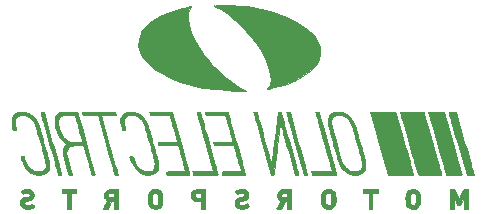
<source format=gbo>
G04 #@! TF.GenerationSoftware,KiCad,Pcbnew,5.0.2-bee76a0~70~ubuntu18.04.1*
G04 #@! TF.CreationDate,2019-04-22T12:09:22-04:00*
G04 #@! TF.ProjectId,TSAL,5453414c-2e6b-4696-9361-645f70636258,rev?*
G04 #@! TF.SameCoordinates,Original*
G04 #@! TF.FileFunction,Legend,Bot*
G04 #@! TF.FilePolarity,Positive*
%FSLAX46Y46*%
G04 Gerber Fmt 4.6, Leading zero omitted, Abs format (unit mm)*
G04 Created by KiCad (PCBNEW 5.0.2-bee76a0~70~ubuntu18.04.1) date Mon 22 Apr 2019 12:09:22 PM EDT*
%MOMM*%
%LPD*%
G01*
G04 APERTURE LIST*
%ADD10C,0.010000*%
G04 APERTURE END LIST*
D10*
G04 #@! TO.C,G\002A\002A\002A*
G36*
X161539070Y-95683726D02*
X161047169Y-95353291D01*
X160500346Y-94919905D01*
X159939000Y-94420573D01*
X159403529Y-93892300D01*
X158934333Y-93372091D01*
X158713963Y-93095931D01*
X158256696Y-92429336D01*
X157883857Y-91763455D01*
X157601473Y-91117948D01*
X157415570Y-90512477D01*
X157332175Y-89966703D01*
X157357313Y-89500289D01*
X157497011Y-89132896D01*
X157498549Y-89130500D01*
X157580728Y-88992806D01*
X157598119Y-88944163D01*
X157511643Y-88965915D01*
X157298768Y-89020831D01*
X156996916Y-89099234D01*
X156813000Y-89147173D01*
X155820197Y-89448716D01*
X154987883Y-89794146D01*
X154312425Y-90185661D01*
X153790192Y-90625457D01*
X153417551Y-91115734D01*
X153349140Y-91242824D01*
X153167408Y-91773567D01*
X153145747Y-92298968D01*
X153274897Y-92813274D01*
X153545597Y-93310731D01*
X153948584Y-93785585D01*
X154474599Y-94232082D01*
X155114380Y-94644469D01*
X155858666Y-95016991D01*
X156698195Y-95343894D01*
X157623707Y-95619426D01*
X158625940Y-95837831D01*
X159695633Y-95993355D01*
X160823526Y-96080246D01*
X161153482Y-96091618D01*
X162276631Y-96119785D01*
X161539070Y-95683726D01*
X161539070Y-95683726D01*
G37*
X161539070Y-95683726D02*
X161047169Y-95353291D01*
X160500346Y-94919905D01*
X159939000Y-94420573D01*
X159403529Y-93892300D01*
X158934333Y-93372091D01*
X158713963Y-93095931D01*
X158256696Y-92429336D01*
X157883857Y-91763455D01*
X157601473Y-91117948D01*
X157415570Y-90512477D01*
X157332175Y-89966703D01*
X157357313Y-89500289D01*
X157497011Y-89132896D01*
X157498549Y-89130500D01*
X157580728Y-88992806D01*
X157598119Y-88944163D01*
X157511643Y-88965915D01*
X157298768Y-89020831D01*
X156996916Y-89099234D01*
X156813000Y-89147173D01*
X155820197Y-89448716D01*
X154987883Y-89794146D01*
X154312425Y-90185661D01*
X153790192Y-90625457D01*
X153417551Y-91115734D01*
X153349140Y-91242824D01*
X153167408Y-91773567D01*
X153145747Y-92298968D01*
X153274897Y-92813274D01*
X153545597Y-93310731D01*
X153948584Y-93785585D01*
X154474599Y-94232082D01*
X155114380Y-94644469D01*
X155858666Y-95016991D01*
X156698195Y-95343894D01*
X157623707Y-95619426D01*
X158625940Y-95837831D01*
X159695633Y-95993355D01*
X160823526Y-96080246D01*
X161153482Y-96091618D01*
X162276631Y-96119785D01*
X161539070Y-95683726D01*
G36*
X164192983Y-95939143D02*
X164343457Y-95899129D01*
X164609628Y-95830824D01*
X164942829Y-95746675D01*
X165068000Y-95715353D01*
X165700523Y-95521412D01*
X166339166Y-95261366D01*
X166937709Y-94958074D01*
X167449928Y-94634399D01*
X167756464Y-94385631D01*
X168177728Y-93902550D01*
X168437210Y-93405705D01*
X168541208Y-92901883D01*
X168496021Y-92397872D01*
X168307949Y-91900459D01*
X167983290Y-91416431D01*
X167528343Y-90952574D01*
X166949408Y-90515676D01*
X166252783Y-90112524D01*
X165444767Y-89749904D01*
X164531660Y-89434605D01*
X163519759Y-89173412D01*
X162787525Y-89031702D01*
X162329989Y-88958127D01*
X162013227Y-88917748D01*
X161812288Y-88908974D01*
X161702225Y-88930217D01*
X161666988Y-88960312D01*
X161608074Y-89014072D01*
X161597963Y-88970267D01*
X161516319Y-88910596D01*
X161287525Y-88871027D01*
X161067500Y-88858162D01*
X160700619Y-88846946D01*
X160329467Y-88834734D01*
X160136142Y-88827894D01*
X159901824Y-88830686D01*
X159756863Y-88854502D01*
X159733975Y-88873843D01*
X159668294Y-88903621D01*
X159585834Y-88888003D01*
X159578337Y-88901138D01*
X159695123Y-88978847D01*
X159911598Y-89105015D01*
X159948718Y-89125773D01*
X160741052Y-89635860D01*
X161523964Y-90282424D01*
X162106472Y-90855234D01*
X162783545Y-91620737D01*
X163328075Y-92366337D01*
X163766751Y-93129744D01*
X163876149Y-93355915D01*
X164164204Y-94061966D01*
X164322957Y-94667350D01*
X164353305Y-95179665D01*
X164256150Y-95606508D01*
X164163505Y-95784819D01*
X164084494Y-95923405D01*
X164108577Y-95958225D01*
X164192983Y-95939143D01*
X164192983Y-95939143D01*
G37*
X164192983Y-95939143D02*
X164343457Y-95899129D01*
X164609628Y-95830824D01*
X164942829Y-95746675D01*
X165068000Y-95715353D01*
X165700523Y-95521412D01*
X166339166Y-95261366D01*
X166937709Y-94958074D01*
X167449928Y-94634399D01*
X167756464Y-94385631D01*
X168177728Y-93902550D01*
X168437210Y-93405705D01*
X168541208Y-92901883D01*
X168496021Y-92397872D01*
X168307949Y-91900459D01*
X167983290Y-91416431D01*
X167528343Y-90952574D01*
X166949408Y-90515676D01*
X166252783Y-90112524D01*
X165444767Y-89749904D01*
X164531660Y-89434605D01*
X163519759Y-89173412D01*
X162787525Y-89031702D01*
X162329989Y-88958127D01*
X162013227Y-88917748D01*
X161812288Y-88908974D01*
X161702225Y-88930217D01*
X161666988Y-88960312D01*
X161608074Y-89014072D01*
X161597963Y-88970267D01*
X161516319Y-88910596D01*
X161287525Y-88871027D01*
X161067500Y-88858162D01*
X160700619Y-88846946D01*
X160329467Y-88834734D01*
X160136142Y-88827894D01*
X159901824Y-88830686D01*
X159756863Y-88854502D01*
X159733975Y-88873843D01*
X159668294Y-88903621D01*
X159585834Y-88888003D01*
X159578337Y-88901138D01*
X159695123Y-88978847D01*
X159911598Y-89105015D01*
X159948718Y-89125773D01*
X160741052Y-89635860D01*
X161523964Y-90282424D01*
X162106472Y-90855234D01*
X162783545Y-91620737D01*
X163328075Y-92366337D01*
X163766751Y-93129744D01*
X163876149Y-93355915D01*
X164164204Y-94061966D01*
X164322957Y-94667350D01*
X164353305Y-95179665D01*
X164256150Y-95606508D01*
X164163505Y-95784819D01*
X164084494Y-95923405D01*
X164108577Y-95958225D01*
X164192983Y-95939143D01*
G36*
X143153925Y-97892868D02*
X142934681Y-97926299D01*
X142754872Y-97991430D01*
X142613947Y-98088626D01*
X142511356Y-98218251D01*
X142452661Y-98358355D01*
X142430575Y-98479405D01*
X142421518Y-98634671D01*
X142424925Y-98809421D01*
X142440230Y-98988924D01*
X142466867Y-99158448D01*
X142486674Y-99244100D01*
X142533928Y-99421900D01*
X142680598Y-99429581D01*
X142762649Y-99432258D01*
X142804661Y-99427220D01*
X142817181Y-99411449D01*
X142813773Y-99391481D01*
X142764593Y-99211585D01*
X142732993Y-99059954D01*
X142715931Y-98918426D01*
X142710398Y-98774200D01*
X142711177Y-98654853D01*
X142717281Y-98571066D01*
X142731364Y-98507668D01*
X142756078Y-98449489D01*
X142772520Y-98418919D01*
X142852159Y-98312178D01*
X142957016Y-98237348D01*
X143094054Y-98190928D01*
X143268781Y-98169494D01*
X143506766Y-98179411D01*
X143723120Y-98235285D01*
X143917849Y-98337119D01*
X144090959Y-98484918D01*
X144242455Y-98678687D01*
X144372346Y-98918429D01*
X144407790Y-99001013D01*
X144428365Y-99059544D01*
X144460646Y-99161530D01*
X144503067Y-99301393D01*
X144554060Y-99473553D01*
X144612058Y-99672433D01*
X144675494Y-99892452D01*
X144742800Y-100128031D01*
X144812408Y-100373592D01*
X144882752Y-100623555D01*
X144952264Y-100872342D01*
X145019377Y-101114372D01*
X145082523Y-101344068D01*
X145140134Y-101555849D01*
X145190645Y-101744138D01*
X145232486Y-101903354D01*
X145264091Y-102027919D01*
X145283893Y-102112254D01*
X145288737Y-102136761D01*
X145309248Y-102351416D01*
X145291588Y-102532897D01*
X145235560Y-102681776D01*
X145140962Y-102798628D01*
X145032800Y-102871811D01*
X144964809Y-102904765D01*
X144906781Y-102925159D01*
X144843660Y-102935394D01*
X144760388Y-102937872D01*
X144641909Y-102934995D01*
X144637630Y-102934850D01*
X144512530Y-102928890D01*
X144420987Y-102918554D01*
X144345765Y-102900127D01*
X144269626Y-102869893D01*
X144214500Y-102843639D01*
X144033176Y-102726716D01*
X143869165Y-102564279D01*
X143724577Y-102359288D01*
X143601524Y-102114701D01*
X143508159Y-101853950D01*
X143453053Y-101669800D01*
X143315827Y-101669800D01*
X143240092Y-101673664D01*
X143190253Y-101683616D01*
X143178600Y-101692909D01*
X143188144Y-101744067D01*
X143213949Y-101830327D01*
X143251771Y-101940309D01*
X143297370Y-102062636D01*
X143346503Y-102185929D01*
X143394929Y-102298810D01*
X143438406Y-102389900D01*
X143438524Y-102390127D01*
X143532089Y-102542712D01*
X143651982Y-102696743D01*
X143787390Y-102840996D01*
X143927498Y-102964250D01*
X144061493Y-103055282D01*
X144097447Y-103073948D01*
X144315090Y-103155256D01*
X144550083Y-103203581D01*
X144787286Y-103217322D01*
X145011560Y-103194875D01*
X145083600Y-103178335D01*
X145257344Y-103110338D01*
X145393560Y-103008624D01*
X145494681Y-102870841D01*
X145555243Y-102722333D01*
X145579656Y-102596727D01*
X145590030Y-102440211D01*
X145586109Y-102270767D01*
X145567636Y-102106382D01*
X145564314Y-102087214D01*
X145550216Y-102023892D01*
X145523426Y-101917444D01*
X145485539Y-101773494D01*
X145438147Y-101597667D01*
X145382845Y-101395587D01*
X145321227Y-101172877D01*
X145254885Y-100935163D01*
X145185415Y-100688068D01*
X145114409Y-100437217D01*
X145043461Y-100188234D01*
X144974166Y-99946742D01*
X144908117Y-99718367D01*
X144846907Y-99508732D01*
X144792131Y-99323462D01*
X144745382Y-99168181D01*
X144708254Y-99048512D01*
X144682340Y-98970081D01*
X144676440Y-98953995D01*
X144548080Y-98679559D01*
X144390484Y-98442899D01*
X144206208Y-98245797D01*
X143997813Y-98090036D01*
X143767855Y-97977400D01*
X143518894Y-97909671D01*
X143253487Y-97888633D01*
X143153925Y-97892868D01*
X143153925Y-97892868D01*
G37*
X143153925Y-97892868D02*
X142934681Y-97926299D01*
X142754872Y-97991430D01*
X142613947Y-98088626D01*
X142511356Y-98218251D01*
X142452661Y-98358355D01*
X142430575Y-98479405D01*
X142421518Y-98634671D01*
X142424925Y-98809421D01*
X142440230Y-98988924D01*
X142466867Y-99158448D01*
X142486674Y-99244100D01*
X142533928Y-99421900D01*
X142680598Y-99429581D01*
X142762649Y-99432258D01*
X142804661Y-99427220D01*
X142817181Y-99411449D01*
X142813773Y-99391481D01*
X142764593Y-99211585D01*
X142732993Y-99059954D01*
X142715931Y-98918426D01*
X142710398Y-98774200D01*
X142711177Y-98654853D01*
X142717281Y-98571066D01*
X142731364Y-98507668D01*
X142756078Y-98449489D01*
X142772520Y-98418919D01*
X142852159Y-98312178D01*
X142957016Y-98237348D01*
X143094054Y-98190928D01*
X143268781Y-98169494D01*
X143506766Y-98179411D01*
X143723120Y-98235285D01*
X143917849Y-98337119D01*
X144090959Y-98484918D01*
X144242455Y-98678687D01*
X144372346Y-98918429D01*
X144407790Y-99001013D01*
X144428365Y-99059544D01*
X144460646Y-99161530D01*
X144503067Y-99301393D01*
X144554060Y-99473553D01*
X144612058Y-99672433D01*
X144675494Y-99892452D01*
X144742800Y-100128031D01*
X144812408Y-100373592D01*
X144882752Y-100623555D01*
X144952264Y-100872342D01*
X145019377Y-101114372D01*
X145082523Y-101344068D01*
X145140134Y-101555849D01*
X145190645Y-101744138D01*
X145232486Y-101903354D01*
X145264091Y-102027919D01*
X145283893Y-102112254D01*
X145288737Y-102136761D01*
X145309248Y-102351416D01*
X145291588Y-102532897D01*
X145235560Y-102681776D01*
X145140962Y-102798628D01*
X145032800Y-102871811D01*
X144964809Y-102904765D01*
X144906781Y-102925159D01*
X144843660Y-102935394D01*
X144760388Y-102937872D01*
X144641909Y-102934995D01*
X144637630Y-102934850D01*
X144512530Y-102928890D01*
X144420987Y-102918554D01*
X144345765Y-102900127D01*
X144269626Y-102869893D01*
X144214500Y-102843639D01*
X144033176Y-102726716D01*
X143869165Y-102564279D01*
X143724577Y-102359288D01*
X143601524Y-102114701D01*
X143508159Y-101853950D01*
X143453053Y-101669800D01*
X143315827Y-101669800D01*
X143240092Y-101673664D01*
X143190253Y-101683616D01*
X143178600Y-101692909D01*
X143188144Y-101744067D01*
X143213949Y-101830327D01*
X143251771Y-101940309D01*
X143297370Y-102062636D01*
X143346503Y-102185929D01*
X143394929Y-102298810D01*
X143438406Y-102389900D01*
X143438524Y-102390127D01*
X143532089Y-102542712D01*
X143651982Y-102696743D01*
X143787390Y-102840996D01*
X143927498Y-102964250D01*
X144061493Y-103055282D01*
X144097447Y-103073948D01*
X144315090Y-103155256D01*
X144550083Y-103203581D01*
X144787286Y-103217322D01*
X145011560Y-103194875D01*
X145083600Y-103178335D01*
X145257344Y-103110338D01*
X145393560Y-103008624D01*
X145494681Y-102870841D01*
X145555243Y-102722333D01*
X145579656Y-102596727D01*
X145590030Y-102440211D01*
X145586109Y-102270767D01*
X145567636Y-102106382D01*
X145564314Y-102087214D01*
X145550216Y-102023892D01*
X145523426Y-101917444D01*
X145485539Y-101773494D01*
X145438147Y-101597667D01*
X145382845Y-101395587D01*
X145321227Y-101172877D01*
X145254885Y-100935163D01*
X145185415Y-100688068D01*
X145114409Y-100437217D01*
X145043461Y-100188234D01*
X144974166Y-99946742D01*
X144908117Y-99718367D01*
X144846907Y-99508732D01*
X144792131Y-99323462D01*
X144745382Y-99168181D01*
X144708254Y-99048512D01*
X144682340Y-98970081D01*
X144676440Y-98953995D01*
X144548080Y-98679559D01*
X144390484Y-98442899D01*
X144206208Y-98245797D01*
X143997813Y-98090036D01*
X143767855Y-97977400D01*
X143518894Y-97909671D01*
X143253487Y-97888633D01*
X143153925Y-97892868D01*
G36*
X144889856Y-97899223D02*
X144880400Y-97918443D01*
X144887153Y-97947320D01*
X144906809Y-98021837D01*
X144938467Y-98138747D01*
X144981225Y-98294801D01*
X145034182Y-98486752D01*
X145096436Y-98711351D01*
X145167084Y-98965352D01*
X145245226Y-99245505D01*
X145329959Y-99548563D01*
X145420381Y-99871279D01*
X145515592Y-100210404D01*
X145605378Y-100529620D01*
X145704385Y-100881374D01*
X145799671Y-101220014D01*
X145890312Y-101542255D01*
X145975385Y-101844815D01*
X146053969Y-102124408D01*
X146125141Y-102377750D01*
X146187979Y-102601557D01*
X146241559Y-102792544D01*
X146284961Y-102947427D01*
X146317260Y-103062922D01*
X146337536Y-103135745D01*
X146344731Y-103162050D01*
X146358968Y-103195216D01*
X146389215Y-103212381D01*
X146449120Y-103218605D01*
X146498808Y-103219200D01*
X146578239Y-103217760D01*
X146617870Y-103210079D01*
X146628690Y-103191117D01*
X146623355Y-103162050D01*
X146614531Y-103130261D01*
X146592852Y-103052841D01*
X146559235Y-102933055D01*
X146514600Y-102774168D01*
X146459865Y-102579446D01*
X146395948Y-102352153D01*
X146323767Y-102095556D01*
X146244242Y-101812919D01*
X146158289Y-101507508D01*
X146066829Y-101182589D01*
X145970779Y-100841426D01*
X145875032Y-100501400D01*
X145141862Y-97897900D01*
X145011131Y-97890222D01*
X144930221Y-97889071D01*
X144889856Y-97899223D01*
X144889856Y-97899223D01*
G37*
X144889856Y-97899223D02*
X144880400Y-97918443D01*
X144887153Y-97947320D01*
X144906809Y-98021837D01*
X144938467Y-98138747D01*
X144981225Y-98294801D01*
X145034182Y-98486752D01*
X145096436Y-98711351D01*
X145167084Y-98965352D01*
X145245226Y-99245505D01*
X145329959Y-99548563D01*
X145420381Y-99871279D01*
X145515592Y-100210404D01*
X145605378Y-100529620D01*
X145704385Y-100881374D01*
X145799671Y-101220014D01*
X145890312Y-101542255D01*
X145975385Y-101844815D01*
X146053969Y-102124408D01*
X146125141Y-102377750D01*
X146187979Y-102601557D01*
X146241559Y-102792544D01*
X146284961Y-102947427D01*
X146317260Y-103062922D01*
X146337536Y-103135745D01*
X146344731Y-103162050D01*
X146358968Y-103195216D01*
X146389215Y-103212381D01*
X146449120Y-103218605D01*
X146498808Y-103219200D01*
X146578239Y-103217760D01*
X146617870Y-103210079D01*
X146628690Y-103191117D01*
X146623355Y-103162050D01*
X146614531Y-103130261D01*
X146592852Y-103052841D01*
X146559235Y-102933055D01*
X146514600Y-102774168D01*
X146459865Y-102579446D01*
X146395948Y-102352153D01*
X146323767Y-102095556D01*
X146244242Y-101812919D01*
X146158289Y-101507508D01*
X146066829Y-101182589D01*
X145970779Y-100841426D01*
X145875032Y-100501400D01*
X145141862Y-97897900D01*
X145011131Y-97890222D01*
X144930221Y-97889071D01*
X144889856Y-97899223D01*
G36*
X147481254Y-97889094D02*
X147301596Y-97891131D01*
X147299750Y-97891157D01*
X147087020Y-97894639D01*
X146918539Y-97898653D01*
X146787760Y-97903642D01*
X146688134Y-97910050D01*
X146613109Y-97918322D01*
X146556139Y-97928901D01*
X146510672Y-97942230D01*
X146502612Y-97945179D01*
X146345579Y-98029344D01*
X146215905Y-98149331D01*
X146123859Y-98295620D01*
X146123313Y-98296845D01*
X146082715Y-98434070D01*
X146063935Y-98606369D01*
X146066857Y-98802993D01*
X146091360Y-99013197D01*
X146133451Y-99211606D01*
X146240310Y-99555695D01*
X146369347Y-99854103D01*
X146520583Y-100106861D01*
X146694036Y-100314002D01*
X146889727Y-100475558D01*
X146963200Y-100521180D01*
X147028900Y-100558865D01*
X147073228Y-100584401D01*
X147083899Y-100590635D01*
X147071390Y-100609431D01*
X147032423Y-100654277D01*
X146985095Y-100705220D01*
X146894727Y-100811092D01*
X146833309Y-100914075D01*
X146796161Y-101027773D01*
X146778602Y-101165793D01*
X146775598Y-101314200D01*
X146776854Y-101390712D01*
X146780086Y-101459347D01*
X146786764Y-101526973D01*
X146798358Y-101600456D01*
X146816336Y-101686663D01*
X146842168Y-101792460D01*
X146877321Y-101924714D01*
X146923267Y-102090293D01*
X146981473Y-102296062D01*
X146998400Y-102355600D01*
X147052906Y-102547109D01*
X147103364Y-102724198D01*
X147147987Y-102880603D01*
X147184987Y-103010064D01*
X147212573Y-103106319D01*
X147228958Y-103163106D01*
X147232394Y-103174750D01*
X147251796Y-103201652D01*
X147296814Y-103215278D01*
X147379611Y-103219194D01*
X147384012Y-103219200D01*
X147460003Y-103217237D01*
X147510121Y-103212182D01*
X147522000Y-103207410D01*
X147515370Y-103180967D01*
X147496581Y-103111599D01*
X147467286Y-103005266D01*
X147429137Y-102867929D01*
X147383789Y-102705548D01*
X147332894Y-102524086D01*
X147305938Y-102428260D01*
X147251098Y-102231440D01*
X147199795Y-102043430D01*
X147153979Y-101871680D01*
X147115603Y-101723643D01*
X147086617Y-101606769D01*
X147068972Y-101528509D01*
X147065704Y-101510799D01*
X147054558Y-101315765D01*
X147087217Y-101144853D01*
X147163005Y-100999544D01*
X147281246Y-100881317D01*
X147381473Y-100819218D01*
X147434650Y-100792659D01*
X147481267Y-100772954D01*
X147530141Y-100758920D01*
X147590087Y-100749377D01*
X147669920Y-100743143D01*
X147778455Y-100739038D01*
X147924509Y-100735881D01*
X148015489Y-100734268D01*
X148499900Y-100725837D01*
X148803106Y-101813768D01*
X148868012Y-102046415D01*
X148930319Y-102269286D01*
X148988363Y-102476465D01*
X149040482Y-102662036D01*
X149085013Y-102820083D01*
X149120292Y-102944689D01*
X149144656Y-103029940D01*
X149153556Y-103060450D01*
X149200801Y-103219200D01*
X149326601Y-103219200D01*
X149406650Y-103214860D01*
X149445288Y-103200109D01*
X149452400Y-103181994D01*
X149445649Y-103152973D01*
X149425990Y-103078285D01*
X149394318Y-102961154D01*
X149351527Y-102804801D01*
X149298512Y-102612451D01*
X149236167Y-102387326D01*
X149165385Y-102132648D01*
X149087062Y-101851641D01*
X149002091Y-101547527D01*
X148911366Y-101223529D01*
X148815782Y-100882870D01*
X148716233Y-100528773D01*
X148715800Y-100527236D01*
X148690820Y-100438432D01*
X148411000Y-100438432D01*
X148386973Y-100442419D01*
X148320382Y-100445858D01*
X148219461Y-100448517D01*
X148092445Y-100450165D01*
X147977865Y-100450600D01*
X147763056Y-100448061D01*
X147591640Y-100440130D01*
X147456444Y-100426333D01*
X147367126Y-100410205D01*
X147164371Y-100341791D01*
X146983596Y-100232987D01*
X146823645Y-100082344D01*
X146683363Y-99888411D01*
X146561594Y-99649739D01*
X146457183Y-99364876D01*
X146413406Y-99213232D01*
X146359828Y-98962396D01*
X146342711Y-98746826D01*
X146362074Y-98566393D01*
X146417935Y-98420972D01*
X146510312Y-98310434D01*
X146550952Y-98280175D01*
X146618001Y-98241776D01*
X146692257Y-98212682D01*
X146781662Y-98191712D01*
X146894163Y-98177682D01*
X147037702Y-98169410D01*
X147220225Y-98165715D01*
X147323439Y-98165220D01*
X147485602Y-98165410D01*
X147604051Y-98166941D01*
X147685867Y-98170485D01*
X147738130Y-98176712D01*
X147767921Y-98186292D01*
X147782322Y-98199897D01*
X147786160Y-98209050D01*
X147799074Y-98253262D01*
X147823254Y-98337921D01*
X147857034Y-98457079D01*
X147898746Y-98604786D01*
X147946722Y-98775091D01*
X147999296Y-98962046D01*
X148054798Y-99159700D01*
X148111562Y-99362104D01*
X148167921Y-99563309D01*
X148222206Y-99757365D01*
X148272751Y-99938322D01*
X148317887Y-100100231D01*
X148355947Y-100237142D01*
X148385264Y-100343105D01*
X148404171Y-100412172D01*
X148410999Y-100438391D01*
X148411000Y-100438432D01*
X148690820Y-100438432D01*
X148616326Y-100173617D01*
X148520804Y-99833799D01*
X148430127Y-99510969D01*
X148345187Y-99208313D01*
X148266875Y-98929016D01*
X148196084Y-98676265D01*
X148133705Y-98453245D01*
X148080630Y-98263143D01*
X148037750Y-98109145D01*
X148005958Y-97994436D01*
X147986144Y-97922204D01*
X147979202Y-97895633D01*
X147979200Y-97895598D01*
X147954901Y-97892216D01*
X147886383Y-97889831D01*
X147780220Y-97888487D01*
X147642986Y-97888227D01*
X147481254Y-97889094D01*
X147481254Y-97889094D01*
G37*
X147481254Y-97889094D02*
X147301596Y-97891131D01*
X147299750Y-97891157D01*
X147087020Y-97894639D01*
X146918539Y-97898653D01*
X146787760Y-97903642D01*
X146688134Y-97910050D01*
X146613109Y-97918322D01*
X146556139Y-97928901D01*
X146510672Y-97942230D01*
X146502612Y-97945179D01*
X146345579Y-98029344D01*
X146215905Y-98149331D01*
X146123859Y-98295620D01*
X146123313Y-98296845D01*
X146082715Y-98434070D01*
X146063935Y-98606369D01*
X146066857Y-98802993D01*
X146091360Y-99013197D01*
X146133451Y-99211606D01*
X146240310Y-99555695D01*
X146369347Y-99854103D01*
X146520583Y-100106861D01*
X146694036Y-100314002D01*
X146889727Y-100475558D01*
X146963200Y-100521180D01*
X147028900Y-100558865D01*
X147073228Y-100584401D01*
X147083899Y-100590635D01*
X147071390Y-100609431D01*
X147032423Y-100654277D01*
X146985095Y-100705220D01*
X146894727Y-100811092D01*
X146833309Y-100914075D01*
X146796161Y-101027773D01*
X146778602Y-101165793D01*
X146775598Y-101314200D01*
X146776854Y-101390712D01*
X146780086Y-101459347D01*
X146786764Y-101526973D01*
X146798358Y-101600456D01*
X146816336Y-101686663D01*
X146842168Y-101792460D01*
X146877321Y-101924714D01*
X146923267Y-102090293D01*
X146981473Y-102296062D01*
X146998400Y-102355600D01*
X147052906Y-102547109D01*
X147103364Y-102724198D01*
X147147987Y-102880603D01*
X147184987Y-103010064D01*
X147212573Y-103106319D01*
X147228958Y-103163106D01*
X147232394Y-103174750D01*
X147251796Y-103201652D01*
X147296814Y-103215278D01*
X147379611Y-103219194D01*
X147384012Y-103219200D01*
X147460003Y-103217237D01*
X147510121Y-103212182D01*
X147522000Y-103207410D01*
X147515370Y-103180967D01*
X147496581Y-103111599D01*
X147467286Y-103005266D01*
X147429137Y-102867929D01*
X147383789Y-102705548D01*
X147332894Y-102524086D01*
X147305938Y-102428260D01*
X147251098Y-102231440D01*
X147199795Y-102043430D01*
X147153979Y-101871680D01*
X147115603Y-101723643D01*
X147086617Y-101606769D01*
X147068972Y-101528509D01*
X147065704Y-101510799D01*
X147054558Y-101315765D01*
X147087217Y-101144853D01*
X147163005Y-100999544D01*
X147281246Y-100881317D01*
X147381473Y-100819218D01*
X147434650Y-100792659D01*
X147481267Y-100772954D01*
X147530141Y-100758920D01*
X147590087Y-100749377D01*
X147669920Y-100743143D01*
X147778455Y-100739038D01*
X147924509Y-100735881D01*
X148015489Y-100734268D01*
X148499900Y-100725837D01*
X148803106Y-101813768D01*
X148868012Y-102046415D01*
X148930319Y-102269286D01*
X148988363Y-102476465D01*
X149040482Y-102662036D01*
X149085013Y-102820083D01*
X149120292Y-102944689D01*
X149144656Y-103029940D01*
X149153556Y-103060450D01*
X149200801Y-103219200D01*
X149326601Y-103219200D01*
X149406650Y-103214860D01*
X149445288Y-103200109D01*
X149452400Y-103181994D01*
X149445649Y-103152973D01*
X149425990Y-103078285D01*
X149394318Y-102961154D01*
X149351527Y-102804801D01*
X149298512Y-102612451D01*
X149236167Y-102387326D01*
X149165385Y-102132648D01*
X149087062Y-101851641D01*
X149002091Y-101547527D01*
X148911366Y-101223529D01*
X148815782Y-100882870D01*
X148716233Y-100528773D01*
X148715800Y-100527236D01*
X148690820Y-100438432D01*
X148411000Y-100438432D01*
X148386973Y-100442419D01*
X148320382Y-100445858D01*
X148219461Y-100448517D01*
X148092445Y-100450165D01*
X147977865Y-100450600D01*
X147763056Y-100448061D01*
X147591640Y-100440130D01*
X147456444Y-100426333D01*
X147367126Y-100410205D01*
X147164371Y-100341791D01*
X146983596Y-100232987D01*
X146823645Y-100082344D01*
X146683363Y-99888411D01*
X146561594Y-99649739D01*
X146457183Y-99364876D01*
X146413406Y-99213232D01*
X146359828Y-98962396D01*
X146342711Y-98746826D01*
X146362074Y-98566393D01*
X146417935Y-98420972D01*
X146510312Y-98310434D01*
X146550952Y-98280175D01*
X146618001Y-98241776D01*
X146692257Y-98212682D01*
X146781662Y-98191712D01*
X146894163Y-98177682D01*
X147037702Y-98169410D01*
X147220225Y-98165715D01*
X147323439Y-98165220D01*
X147485602Y-98165410D01*
X147604051Y-98166941D01*
X147685867Y-98170485D01*
X147738130Y-98176712D01*
X147767921Y-98186292D01*
X147782322Y-98199897D01*
X147786160Y-98209050D01*
X147799074Y-98253262D01*
X147823254Y-98337921D01*
X147857034Y-98457079D01*
X147898746Y-98604786D01*
X147946722Y-98775091D01*
X147999296Y-98962046D01*
X148054798Y-99159700D01*
X148111562Y-99362104D01*
X148167921Y-99563309D01*
X148222206Y-99757365D01*
X148272751Y-99938322D01*
X148317887Y-100100231D01*
X148355947Y-100237142D01*
X148385264Y-100343105D01*
X148404171Y-100412172D01*
X148410999Y-100438391D01*
X148411000Y-100438432D01*
X148690820Y-100438432D01*
X148616326Y-100173617D01*
X148520804Y-99833799D01*
X148430127Y-99510969D01*
X148345187Y-99208313D01*
X148266875Y-98929016D01*
X148196084Y-98676265D01*
X148133705Y-98453245D01*
X148080630Y-98263143D01*
X148037750Y-98109145D01*
X148005958Y-97994436D01*
X147986144Y-97922204D01*
X147979202Y-97895633D01*
X147979200Y-97895598D01*
X147954901Y-97892216D01*
X147886383Y-97889831D01*
X147780220Y-97888487D01*
X147642986Y-97888227D01*
X147481254Y-97889094D01*
G36*
X149506702Y-97885341D02*
X149260338Y-97885748D01*
X149034395Y-97886394D01*
X148833439Y-97887254D01*
X148662038Y-97888300D01*
X148524756Y-97889507D01*
X148426160Y-97890848D01*
X148370817Y-97892297D01*
X148360200Y-97893289D01*
X148366815Y-97920059D01*
X148383825Y-97980275D01*
X148399156Y-98032555D01*
X148438111Y-98163731D01*
X149076347Y-98170515D01*
X149714583Y-98177300D01*
X150404657Y-100628400D01*
X150501318Y-100971807D01*
X150594299Y-101302287D01*
X150682648Y-101616446D01*
X150765411Y-101910888D01*
X150841637Y-102182221D01*
X150910372Y-102427050D01*
X150970663Y-102641979D01*
X151021559Y-102823616D01*
X151062105Y-102968565D01*
X151091351Y-103073433D01*
X151108342Y-103134825D01*
X151112250Y-103149350D01*
X151126219Y-103189554D01*
X151151496Y-103210379D01*
X151202259Y-103218144D01*
X151268984Y-103219200D01*
X151345293Y-103218152D01*
X151395721Y-103215451D01*
X151407876Y-103212850D01*
X151401095Y-103188051D01*
X151381450Y-103117595D01*
X151349850Y-103004718D01*
X151307206Y-102852659D01*
X151254428Y-102664656D01*
X151192425Y-102443948D01*
X151122108Y-102193774D01*
X151044385Y-101917371D01*
X150960169Y-101617977D01*
X150870367Y-101298832D01*
X150775891Y-100963173D01*
X150699517Y-100691900D01*
X149991483Y-98177300D01*
X150626190Y-98170508D01*
X150824877Y-98168005D01*
X150978077Y-98165026D01*
X151091106Y-98161207D01*
X151169277Y-98156178D01*
X151217904Y-98149574D01*
X151242300Y-98141029D01*
X151247780Y-98130174D01*
X151247055Y-98127647D01*
X151231902Y-98081108D01*
X151211299Y-98009876D01*
X151205428Y-97988388D01*
X151177642Y-97885200D01*
X149768921Y-97885200D01*
X149506702Y-97885341D01*
X149506702Y-97885341D01*
G37*
X149506702Y-97885341D02*
X149260338Y-97885748D01*
X149034395Y-97886394D01*
X148833439Y-97887254D01*
X148662038Y-97888300D01*
X148524756Y-97889507D01*
X148426160Y-97890848D01*
X148370817Y-97892297D01*
X148360200Y-97893289D01*
X148366815Y-97920059D01*
X148383825Y-97980275D01*
X148399156Y-98032555D01*
X148438111Y-98163731D01*
X149076347Y-98170515D01*
X149714583Y-98177300D01*
X150404657Y-100628400D01*
X150501318Y-100971807D01*
X150594299Y-101302287D01*
X150682648Y-101616446D01*
X150765411Y-101910888D01*
X150841637Y-102182221D01*
X150910372Y-102427050D01*
X150970663Y-102641979D01*
X151021559Y-102823616D01*
X151062105Y-102968565D01*
X151091351Y-103073433D01*
X151108342Y-103134825D01*
X151112250Y-103149350D01*
X151126219Y-103189554D01*
X151151496Y-103210379D01*
X151202259Y-103218144D01*
X151268984Y-103219200D01*
X151345293Y-103218152D01*
X151395721Y-103215451D01*
X151407876Y-103212850D01*
X151401095Y-103188051D01*
X151381450Y-103117595D01*
X151349850Y-103004718D01*
X151307206Y-102852659D01*
X151254428Y-102664656D01*
X151192425Y-102443948D01*
X151122108Y-102193774D01*
X151044385Y-101917371D01*
X150960169Y-101617977D01*
X150870367Y-101298832D01*
X150775891Y-100963173D01*
X150699517Y-100691900D01*
X149991483Y-98177300D01*
X150626190Y-98170508D01*
X150824877Y-98168005D01*
X150978077Y-98165026D01*
X151091106Y-98161207D01*
X151169277Y-98156178D01*
X151217904Y-98149574D01*
X151242300Y-98141029D01*
X151247780Y-98130174D01*
X151247055Y-98127647D01*
X151231902Y-98081108D01*
X151211299Y-98009876D01*
X151205428Y-97988388D01*
X151177642Y-97885200D01*
X149768921Y-97885200D01*
X149506702Y-97885341D01*
G36*
X152355976Y-97899181D02*
X152262076Y-97902466D01*
X152191963Y-97911137D01*
X152132132Y-97927519D01*
X152069080Y-97953935D01*
X152014485Y-97980284D01*
X151864744Y-98078567D01*
X151752440Y-98207979D01*
X151677418Y-98369238D01*
X151639521Y-98563060D01*
X151638595Y-98790164D01*
X151674482Y-99051267D01*
X151730533Y-99288550D01*
X151770495Y-99434600D01*
X151906848Y-99434600D01*
X151982321Y-99432106D01*
X152031837Y-99425687D01*
X152043200Y-99419781D01*
X152037414Y-99389783D01*
X152022066Y-99323497D01*
X152000178Y-99233853D01*
X151994270Y-99210231D01*
X151944953Y-98978946D01*
X151923828Y-98785030D01*
X151931393Y-98623269D01*
X151968143Y-98488446D01*
X152034576Y-98375345D01*
X152078468Y-98325921D01*
X152169196Y-98250086D01*
X152268960Y-98200519D01*
X152388969Y-98174100D01*
X152540434Y-98167710D01*
X152634435Y-98171217D01*
X152762760Y-98181945D01*
X152861668Y-98200690D01*
X152952457Y-98232511D01*
X153015435Y-98261730D01*
X153197252Y-98378874D01*
X153362033Y-98540658D01*
X153506274Y-98742754D01*
X153626472Y-98980837D01*
X153654241Y-99050446D01*
X153673255Y-99107136D01*
X153704144Y-99207109D01*
X153745297Y-99344670D01*
X153795103Y-99514124D01*
X153851950Y-99709777D01*
X153914226Y-99925935D01*
X153980320Y-100156903D01*
X154048622Y-100396986D01*
X154117518Y-100640490D01*
X154185398Y-100881721D01*
X154250650Y-101114984D01*
X154311663Y-101334585D01*
X154366826Y-101534829D01*
X154414526Y-101710021D01*
X154453152Y-101854467D01*
X154481094Y-101962473D01*
X154496115Y-102025400D01*
X154515792Y-102142659D01*
X154528778Y-102268826D01*
X154531818Y-102342900D01*
X154516238Y-102530349D01*
X154467585Y-102680540D01*
X154384209Y-102795024D01*
X154264459Y-102875353D01*
X154106685Y-102923078D01*
X153909235Y-102939752D01*
X153896852Y-102939800D01*
X153666991Y-102917751D01*
X153459159Y-102851299D01*
X153272851Y-102739982D01*
X153107560Y-102583341D01*
X152962779Y-102380915D01*
X152838004Y-102132243D01*
X152751829Y-101898400D01*
X152682508Y-101682500D01*
X152540654Y-101674882D01*
X152463541Y-101672630D01*
X152412022Y-101674743D01*
X152398800Y-101678941D01*
X152406176Y-101706553D01*
X152426031Y-101771429D01*
X152454953Y-101862583D01*
X152476067Y-101927859D01*
X152598857Y-102246775D01*
X152744759Y-102520459D01*
X152913769Y-102748909D01*
X153105886Y-102932121D01*
X153321107Y-103070095D01*
X153559429Y-103162827D01*
X153820850Y-103210316D01*
X153986300Y-103217110D01*
X154101647Y-103212368D01*
X154214050Y-103201152D01*
X154300430Y-103185813D01*
X154305056Y-103184605D01*
X154481971Y-103114037D01*
X154623070Y-103007479D01*
X154728213Y-102865059D01*
X154774767Y-102760255D01*
X154798860Y-102654832D01*
X154811759Y-102514975D01*
X154813414Y-102355809D01*
X154803778Y-102192462D01*
X154782801Y-102040061D01*
X154777170Y-102011892D01*
X154763282Y-101954684D01*
X154737046Y-101854411D01*
X154700079Y-101716850D01*
X154654003Y-101547779D01*
X154600437Y-101352974D01*
X154540999Y-101138213D01*
X154477310Y-100909274D01*
X154410989Y-100671932D01*
X154343656Y-100431966D01*
X154276930Y-100195152D01*
X154212430Y-99967268D01*
X154151776Y-99754091D01*
X154096587Y-99561397D01*
X154048484Y-99394964D01*
X154009085Y-99260569D01*
X153980010Y-99163990D01*
X153969239Y-99129800D01*
X153851977Y-98831460D01*
X153706672Y-98569978D01*
X153535187Y-98347536D01*
X153339382Y-98166315D01*
X153121121Y-98028496D01*
X152975787Y-97965963D01*
X152886368Y-97936321D01*
X152804952Y-97916909D01*
X152716101Y-97905611D01*
X152604377Y-97900309D01*
X152487166Y-97898959D01*
X152355976Y-97899181D01*
X152355976Y-97899181D01*
G37*
X152355976Y-97899181D02*
X152262076Y-97902466D01*
X152191963Y-97911137D01*
X152132132Y-97927519D01*
X152069080Y-97953935D01*
X152014485Y-97980284D01*
X151864744Y-98078567D01*
X151752440Y-98207979D01*
X151677418Y-98369238D01*
X151639521Y-98563060D01*
X151638595Y-98790164D01*
X151674482Y-99051267D01*
X151730533Y-99288550D01*
X151770495Y-99434600D01*
X151906848Y-99434600D01*
X151982321Y-99432106D01*
X152031837Y-99425687D01*
X152043200Y-99419781D01*
X152037414Y-99389783D01*
X152022066Y-99323497D01*
X152000178Y-99233853D01*
X151994270Y-99210231D01*
X151944953Y-98978946D01*
X151923828Y-98785030D01*
X151931393Y-98623269D01*
X151968143Y-98488446D01*
X152034576Y-98375345D01*
X152078468Y-98325921D01*
X152169196Y-98250086D01*
X152268960Y-98200519D01*
X152388969Y-98174100D01*
X152540434Y-98167710D01*
X152634435Y-98171217D01*
X152762760Y-98181945D01*
X152861668Y-98200690D01*
X152952457Y-98232511D01*
X153015435Y-98261730D01*
X153197252Y-98378874D01*
X153362033Y-98540658D01*
X153506274Y-98742754D01*
X153626472Y-98980837D01*
X153654241Y-99050446D01*
X153673255Y-99107136D01*
X153704144Y-99207109D01*
X153745297Y-99344670D01*
X153795103Y-99514124D01*
X153851950Y-99709777D01*
X153914226Y-99925935D01*
X153980320Y-100156903D01*
X154048622Y-100396986D01*
X154117518Y-100640490D01*
X154185398Y-100881721D01*
X154250650Y-101114984D01*
X154311663Y-101334585D01*
X154366826Y-101534829D01*
X154414526Y-101710021D01*
X154453152Y-101854467D01*
X154481094Y-101962473D01*
X154496115Y-102025400D01*
X154515792Y-102142659D01*
X154528778Y-102268826D01*
X154531818Y-102342900D01*
X154516238Y-102530349D01*
X154467585Y-102680540D01*
X154384209Y-102795024D01*
X154264459Y-102875353D01*
X154106685Y-102923078D01*
X153909235Y-102939752D01*
X153896852Y-102939800D01*
X153666991Y-102917751D01*
X153459159Y-102851299D01*
X153272851Y-102739982D01*
X153107560Y-102583341D01*
X152962779Y-102380915D01*
X152838004Y-102132243D01*
X152751829Y-101898400D01*
X152682508Y-101682500D01*
X152540654Y-101674882D01*
X152463541Y-101672630D01*
X152412022Y-101674743D01*
X152398800Y-101678941D01*
X152406176Y-101706553D01*
X152426031Y-101771429D01*
X152454953Y-101862583D01*
X152476067Y-101927859D01*
X152598857Y-102246775D01*
X152744759Y-102520459D01*
X152913769Y-102748909D01*
X153105886Y-102932121D01*
X153321107Y-103070095D01*
X153559429Y-103162827D01*
X153820850Y-103210316D01*
X153986300Y-103217110D01*
X154101647Y-103212368D01*
X154214050Y-103201152D01*
X154300430Y-103185813D01*
X154305056Y-103184605D01*
X154481971Y-103114037D01*
X154623070Y-103007479D01*
X154728213Y-102865059D01*
X154774767Y-102760255D01*
X154798860Y-102654832D01*
X154811759Y-102514975D01*
X154813414Y-102355809D01*
X154803778Y-102192462D01*
X154782801Y-102040061D01*
X154777170Y-102011892D01*
X154763282Y-101954684D01*
X154737046Y-101854411D01*
X154700079Y-101716850D01*
X154654003Y-101547779D01*
X154600437Y-101352974D01*
X154540999Y-101138213D01*
X154477310Y-100909274D01*
X154410989Y-100671932D01*
X154343656Y-100431966D01*
X154276930Y-100195152D01*
X154212430Y-99967268D01*
X154151776Y-99754091D01*
X154096587Y-99561397D01*
X154048484Y-99394964D01*
X154009085Y-99260569D01*
X153980010Y-99163990D01*
X153969239Y-99129800D01*
X153851977Y-98831460D01*
X153706672Y-98569978D01*
X153535187Y-98347536D01*
X153339382Y-98166315D01*
X153121121Y-98028496D01*
X152975787Y-97965963D01*
X152886368Y-97936321D01*
X152804952Y-97916909D01*
X152716101Y-97905611D01*
X152604377Y-97900309D01*
X152487166Y-97898959D01*
X152355976Y-97899181D01*
G36*
X154756275Y-97885809D02*
X154526515Y-97887659D01*
X154345199Y-97890782D01*
X154211159Y-97895211D01*
X154123224Y-97900979D01*
X154080224Y-97908118D01*
X154075200Y-97912052D01*
X154081029Y-97951443D01*
X154095722Y-98019343D01*
X154103616Y-98051752D01*
X154132031Y-98164599D01*
X154966732Y-98164600D01*
X155801433Y-98164600D01*
X155818905Y-98234450D01*
X155829360Y-98273206D01*
X155852100Y-98355417D01*
X155885603Y-98475650D01*
X155928348Y-98628470D01*
X155978815Y-98808446D01*
X156035482Y-99010143D01*
X156096828Y-99228128D01*
X156133536Y-99358400D01*
X156430695Y-100412500D01*
X155608548Y-100419197D01*
X155360061Y-100421829D01*
X155159799Y-100425343D01*
X155005191Y-100429850D01*
X154893667Y-100435458D01*
X154822658Y-100442279D01*
X154789593Y-100450421D01*
X154786400Y-100454350D01*
X154793260Y-100495457D01*
X154810290Y-100562035D01*
X154815821Y-100581003D01*
X154845242Y-100679200D01*
X156505658Y-100679200D01*
X156653838Y-101206250D01*
X156707412Y-101396776D01*
X156769880Y-101618890D01*
X156836374Y-101855283D01*
X156902024Y-102088643D01*
X156961961Y-102301658D01*
X156969993Y-102330200D01*
X157137968Y-102927100D01*
X156317784Y-102933797D01*
X156055351Y-102936747D01*
X155843550Y-102940901D01*
X155682229Y-102946266D01*
X155571234Y-102952848D01*
X155510412Y-102960654D01*
X155497600Y-102966999D01*
X155503425Y-103006161D01*
X155518110Y-103073906D01*
X155526016Y-103106352D01*
X155554431Y-103219200D01*
X156516616Y-103219200D01*
X156774461Y-103218845D01*
X156985340Y-103217700D01*
X157153082Y-103215637D01*
X157281516Y-103212532D01*
X157374472Y-103208260D01*
X157435779Y-103202696D01*
X157469266Y-103195714D01*
X157478800Y-103187748D01*
X157472054Y-103159529D01*
X157452408Y-103085619D01*
X157420754Y-102969221D01*
X157377980Y-102813538D01*
X157324977Y-102621772D01*
X157262637Y-102397126D01*
X157191847Y-102142803D01*
X157113500Y-101862003D01*
X157028484Y-101557931D01*
X156937691Y-101233789D01*
X156842011Y-100892779D01*
X156742333Y-100538103D01*
X156737451Y-100520748D01*
X155996102Y-97885200D01*
X155035651Y-97885200D01*
X154756275Y-97885809D01*
X154756275Y-97885809D01*
G37*
X154756275Y-97885809D02*
X154526515Y-97887659D01*
X154345199Y-97890782D01*
X154211159Y-97895211D01*
X154123224Y-97900979D01*
X154080224Y-97908118D01*
X154075200Y-97912052D01*
X154081029Y-97951443D01*
X154095722Y-98019343D01*
X154103616Y-98051752D01*
X154132031Y-98164599D01*
X154966732Y-98164600D01*
X155801433Y-98164600D01*
X155818905Y-98234450D01*
X155829360Y-98273206D01*
X155852100Y-98355417D01*
X155885603Y-98475650D01*
X155928348Y-98628470D01*
X155978815Y-98808446D01*
X156035482Y-99010143D01*
X156096828Y-99228128D01*
X156133536Y-99358400D01*
X156430695Y-100412500D01*
X155608548Y-100419197D01*
X155360061Y-100421829D01*
X155159799Y-100425343D01*
X155005191Y-100429850D01*
X154893667Y-100435458D01*
X154822658Y-100442279D01*
X154789593Y-100450421D01*
X154786400Y-100454350D01*
X154793260Y-100495457D01*
X154810290Y-100562035D01*
X154815821Y-100581003D01*
X154845242Y-100679200D01*
X156505658Y-100679200D01*
X156653838Y-101206250D01*
X156707412Y-101396776D01*
X156769880Y-101618890D01*
X156836374Y-101855283D01*
X156902024Y-102088643D01*
X156961961Y-102301658D01*
X156969993Y-102330200D01*
X157137968Y-102927100D01*
X156317784Y-102933797D01*
X156055351Y-102936747D01*
X155843550Y-102940901D01*
X155682229Y-102946266D01*
X155571234Y-102952848D01*
X155510412Y-102960654D01*
X155497600Y-102966999D01*
X155503425Y-103006161D01*
X155518110Y-103073906D01*
X155526016Y-103106352D01*
X155554431Y-103219200D01*
X156516616Y-103219200D01*
X156774461Y-103218845D01*
X156985340Y-103217700D01*
X157153082Y-103215637D01*
X157281516Y-103212532D01*
X157374472Y-103208260D01*
X157435779Y-103202696D01*
X157469266Y-103195714D01*
X157478800Y-103187748D01*
X157472054Y-103159529D01*
X157452408Y-103085619D01*
X157420754Y-102969221D01*
X157377980Y-102813538D01*
X157324977Y-102621772D01*
X157262637Y-102397126D01*
X157191847Y-102142803D01*
X157113500Y-101862003D01*
X157028484Y-101557931D01*
X156937691Y-101233789D01*
X156842011Y-100892779D01*
X156742333Y-100538103D01*
X156737451Y-100520748D01*
X155996102Y-97885200D01*
X155035651Y-97885200D01*
X154756275Y-97885809D01*
G36*
X158150597Y-97888365D02*
X158100848Y-97896522D01*
X158089265Y-97904250D01*
X158096132Y-97930826D01*
X158115882Y-98003026D01*
X158147600Y-98117579D01*
X158190370Y-98271220D01*
X158243277Y-98460679D01*
X158305406Y-98682689D01*
X158375842Y-98933981D01*
X158453670Y-99211289D01*
X158537975Y-99511344D01*
X158627842Y-99830877D01*
X158722354Y-100166622D01*
X158795201Y-100425200D01*
X159500274Y-102927100D01*
X157728908Y-102940454D01*
X157746790Y-103022677D01*
X157766419Y-103099909D01*
X157786208Y-103162050D01*
X157807743Y-103219200D01*
X158838783Y-103219200D01*
X159094851Y-103219094D01*
X159304625Y-103218645D01*
X159472610Y-103217656D01*
X159603311Y-103215931D01*
X159701235Y-103213272D01*
X159770888Y-103209483D01*
X159816773Y-103204366D01*
X159843398Y-103197724D01*
X159855268Y-103189362D01*
X159856887Y-103179081D01*
X159855790Y-103174750D01*
X159847125Y-103144682D01*
X159825633Y-103068971D01*
X159792232Y-102950879D01*
X159747842Y-102793669D01*
X159693382Y-102600602D01*
X159629772Y-102374939D01*
X159557930Y-102119944D01*
X159478776Y-101838877D01*
X159393229Y-101535002D01*
X159302208Y-101211578D01*
X159206633Y-100871870D01*
X159116721Y-100552200D01*
X159017813Y-100200536D01*
X158922631Y-99862197D01*
X158832094Y-99540445D01*
X158747123Y-99238541D01*
X158668634Y-98959748D01*
X158597547Y-98707328D01*
X158534780Y-98484542D01*
X158481254Y-98294651D01*
X158437885Y-98140919D01*
X158405593Y-98026607D01*
X158385297Y-97954976D01*
X158378031Y-97929650D01*
X158358608Y-97902746D01*
X158313566Y-97889119D01*
X158230741Y-97885205D01*
X158226389Y-97885200D01*
X158150597Y-97888365D01*
X158150597Y-97888365D01*
G37*
X158150597Y-97888365D02*
X158100848Y-97896522D01*
X158089265Y-97904250D01*
X158096132Y-97930826D01*
X158115882Y-98003026D01*
X158147600Y-98117579D01*
X158190370Y-98271220D01*
X158243277Y-98460679D01*
X158305406Y-98682689D01*
X158375842Y-98933981D01*
X158453670Y-99211289D01*
X158537975Y-99511344D01*
X158627842Y-99830877D01*
X158722354Y-100166622D01*
X158795201Y-100425200D01*
X159500274Y-102927100D01*
X157728908Y-102940454D01*
X157746790Y-103022677D01*
X157766419Y-103099909D01*
X157786208Y-103162050D01*
X157807743Y-103219200D01*
X158838783Y-103219200D01*
X159094851Y-103219094D01*
X159304625Y-103218645D01*
X159472610Y-103217656D01*
X159603311Y-103215931D01*
X159701235Y-103213272D01*
X159770888Y-103209483D01*
X159816773Y-103204366D01*
X159843398Y-103197724D01*
X159855268Y-103189362D01*
X159856887Y-103179081D01*
X159855790Y-103174750D01*
X159847125Y-103144682D01*
X159825633Y-103068971D01*
X159792232Y-102950879D01*
X159747842Y-102793669D01*
X159693382Y-102600602D01*
X159629772Y-102374939D01*
X159557930Y-102119944D01*
X159478776Y-101838877D01*
X159393229Y-101535002D01*
X159302208Y-101211578D01*
X159206633Y-100871870D01*
X159116721Y-100552200D01*
X159017813Y-100200536D01*
X158922631Y-99862197D01*
X158832094Y-99540445D01*
X158747123Y-99238541D01*
X158668634Y-98959748D01*
X158597547Y-98707328D01*
X158534780Y-98484542D01*
X158481254Y-98294651D01*
X158437885Y-98140919D01*
X158405593Y-98026607D01*
X158385297Y-97954976D01*
X158378031Y-97929650D01*
X158358608Y-97902746D01*
X158313566Y-97889119D01*
X158230741Y-97885205D01*
X158226389Y-97885200D01*
X158150597Y-97888365D01*
G36*
X159521890Y-97885684D02*
X159323176Y-97887063D01*
X159146809Y-97889229D01*
X158998306Y-97892071D01*
X158883189Y-97895482D01*
X158806974Y-97899351D01*
X158775183Y-97903569D01*
X158774586Y-97904250D01*
X158781556Y-97938136D01*
X158798760Y-98002072D01*
X158809125Y-98037600D01*
X158843279Y-98151900D01*
X159676399Y-98164600D01*
X160509520Y-98177300D01*
X160821993Y-99282200D01*
X160886359Y-99510131D01*
X160946296Y-99723028D01*
X161000417Y-99915915D01*
X161047334Y-100083812D01*
X161085657Y-100221743D01*
X161114000Y-100324729D01*
X161130974Y-100387794D01*
X161135434Y-100406150D01*
X161111267Y-100410740D01*
X161042255Y-100414932D01*
X160934351Y-100418590D01*
X160793510Y-100421574D01*
X160625684Y-100423748D01*
X160436828Y-100424975D01*
X160310417Y-100425200D01*
X159484433Y-100425200D01*
X159501336Y-100495050D01*
X159522251Y-100570416D01*
X159539291Y-100622050D01*
X159560343Y-100679200D01*
X161210449Y-100679200D01*
X161260978Y-100850650D01*
X161279488Y-100914660D01*
X161309762Y-101020814D01*
X161349885Y-101162331D01*
X161397941Y-101332431D01*
X161452015Y-101524334D01*
X161510191Y-101731259D01*
X161567771Y-101936500D01*
X161626172Y-102144789D01*
X161680617Y-102338784D01*
X161729500Y-102512777D01*
X161771215Y-102661060D01*
X161804156Y-102777924D01*
X161826718Y-102857661D01*
X161837293Y-102894562D01*
X161837530Y-102895350D01*
X161838591Y-102907544D01*
X161830232Y-102917286D01*
X161807440Y-102924849D01*
X161765205Y-102930507D01*
X161698517Y-102934532D01*
X161602365Y-102937200D01*
X161471738Y-102938783D01*
X161301625Y-102939556D01*
X161087016Y-102939792D01*
X161023812Y-102939800D01*
X160824626Y-102940362D01*
X160642707Y-102941956D01*
X160484009Y-102944446D01*
X160354487Y-102947694D01*
X160260096Y-102951563D01*
X160206792Y-102955916D01*
X160196986Y-102958850D01*
X160203957Y-102992735D01*
X160221165Y-103056670D01*
X160231534Y-103092200D01*
X160265696Y-103206500D01*
X161236256Y-103213153D01*
X161483924Y-103214742D01*
X161685439Y-103215652D01*
X161845447Y-103215699D01*
X161968593Y-103214698D01*
X162059523Y-103212462D01*
X162122880Y-103208809D01*
X162163312Y-103203552D01*
X162185462Y-103196507D01*
X162193977Y-103187488D01*
X162193500Y-103176311D01*
X162193133Y-103175053D01*
X162184511Y-103144898D01*
X162163085Y-103069122D01*
X162129779Y-102951014D01*
X162085517Y-102793861D01*
X162031225Y-102600953D01*
X161967828Y-102375577D01*
X161896249Y-102121022D01*
X161817415Y-101840577D01*
X161732251Y-101537530D01*
X161641680Y-101215169D01*
X161546627Y-100876782D01*
X161466171Y-100590300D01*
X161367860Y-100240311D01*
X161273063Y-99903024D01*
X161182724Y-99581790D01*
X161097789Y-99279963D01*
X161019205Y-99000897D01*
X160947915Y-98747946D01*
X160884866Y-98524461D01*
X160831003Y-98333798D01*
X160787272Y-98179309D01*
X160754617Y-98064347D01*
X160733985Y-97992267D01*
X160726777Y-97967750D01*
X160700661Y-97885200D01*
X159737431Y-97885200D01*
X159521890Y-97885684D01*
X159521890Y-97885684D01*
G37*
X159521890Y-97885684D02*
X159323176Y-97887063D01*
X159146809Y-97889229D01*
X158998306Y-97892071D01*
X158883189Y-97895482D01*
X158806974Y-97899351D01*
X158775183Y-97903569D01*
X158774586Y-97904250D01*
X158781556Y-97938136D01*
X158798760Y-98002072D01*
X158809125Y-98037600D01*
X158843279Y-98151900D01*
X159676399Y-98164600D01*
X160509520Y-98177300D01*
X160821993Y-99282200D01*
X160886359Y-99510131D01*
X160946296Y-99723028D01*
X161000417Y-99915915D01*
X161047334Y-100083812D01*
X161085657Y-100221743D01*
X161114000Y-100324729D01*
X161130974Y-100387794D01*
X161135434Y-100406150D01*
X161111267Y-100410740D01*
X161042255Y-100414932D01*
X160934351Y-100418590D01*
X160793510Y-100421574D01*
X160625684Y-100423748D01*
X160436828Y-100424975D01*
X160310417Y-100425200D01*
X159484433Y-100425200D01*
X159501336Y-100495050D01*
X159522251Y-100570416D01*
X159539291Y-100622050D01*
X159560343Y-100679200D01*
X161210449Y-100679200D01*
X161260978Y-100850650D01*
X161279488Y-100914660D01*
X161309762Y-101020814D01*
X161349885Y-101162331D01*
X161397941Y-101332431D01*
X161452015Y-101524334D01*
X161510191Y-101731259D01*
X161567771Y-101936500D01*
X161626172Y-102144789D01*
X161680617Y-102338784D01*
X161729500Y-102512777D01*
X161771215Y-102661060D01*
X161804156Y-102777924D01*
X161826718Y-102857661D01*
X161837293Y-102894562D01*
X161837530Y-102895350D01*
X161838591Y-102907544D01*
X161830232Y-102917286D01*
X161807440Y-102924849D01*
X161765205Y-102930507D01*
X161698517Y-102934532D01*
X161602365Y-102937200D01*
X161471738Y-102938783D01*
X161301625Y-102939556D01*
X161087016Y-102939792D01*
X161023812Y-102939800D01*
X160824626Y-102940362D01*
X160642707Y-102941956D01*
X160484009Y-102944446D01*
X160354487Y-102947694D01*
X160260096Y-102951563D01*
X160206792Y-102955916D01*
X160196986Y-102958850D01*
X160203957Y-102992735D01*
X160221165Y-103056670D01*
X160231534Y-103092200D01*
X160265696Y-103206500D01*
X161236256Y-103213153D01*
X161483924Y-103214742D01*
X161685439Y-103215652D01*
X161845447Y-103215699D01*
X161968593Y-103214698D01*
X162059523Y-103212462D01*
X162122880Y-103208809D01*
X162163312Y-103203552D01*
X162185462Y-103196507D01*
X162193977Y-103187488D01*
X162193500Y-103176311D01*
X162193133Y-103175053D01*
X162184511Y-103144898D01*
X162163085Y-103069122D01*
X162129779Y-102951014D01*
X162085517Y-102793861D01*
X162031225Y-102600953D01*
X161967828Y-102375577D01*
X161896249Y-102121022D01*
X161817415Y-101840577D01*
X161732251Y-101537530D01*
X161641680Y-101215169D01*
X161546627Y-100876782D01*
X161466171Y-100590300D01*
X161367860Y-100240311D01*
X161273063Y-99903024D01*
X161182724Y-99581790D01*
X161097789Y-99279963D01*
X161019205Y-99000897D01*
X160947915Y-98747946D01*
X160884866Y-98524461D01*
X160831003Y-98333798D01*
X160787272Y-98179309D01*
X160754617Y-98064347D01*
X160733985Y-97992267D01*
X160726777Y-97967750D01*
X160700661Y-97885200D01*
X159737431Y-97885200D01*
X159521890Y-97885684D01*
G36*
X163019828Y-97885733D02*
X162951063Y-97889622D01*
X162901923Y-97896827D01*
X162888499Y-97904250D01*
X162895161Y-97930773D01*
X162914693Y-98003023D01*
X162946212Y-98117822D01*
X162988831Y-98271996D01*
X163041667Y-98462368D01*
X163103834Y-98685761D01*
X163174447Y-98939000D01*
X163252622Y-99218908D01*
X163337474Y-99522311D01*
X163428117Y-99846030D01*
X163523667Y-100186891D01*
X163623240Y-100541718D01*
X163631449Y-100570954D01*
X164374900Y-103218608D01*
X164495550Y-103218904D01*
X164575666Y-103213823D01*
X164612257Y-103196870D01*
X164616200Y-103184204D01*
X164619227Y-103154254D01*
X164628007Y-103077595D01*
X164642093Y-102957938D01*
X164661038Y-102798994D01*
X164684395Y-102604474D01*
X164711714Y-102378090D01*
X164742550Y-102123552D01*
X164776454Y-101844572D01*
X164812978Y-101544860D01*
X164851675Y-101228128D01*
X164882900Y-100973108D01*
X164922983Y-100645852D01*
X164961271Y-100332829D01*
X164997317Y-100037740D01*
X165030670Y-99764286D01*
X165060879Y-99516167D01*
X165087496Y-99297086D01*
X165110071Y-99110742D01*
X165128154Y-98960838D01*
X165141295Y-98851073D01*
X165149044Y-98785149D01*
X165151056Y-98766553D01*
X165157979Y-98785930D01*
X165177675Y-98850852D01*
X165209181Y-98957957D01*
X165251533Y-99103883D01*
X165303769Y-99285266D01*
X165364926Y-99498745D01*
X165434041Y-99740957D01*
X165510150Y-100008540D01*
X165592292Y-100298131D01*
X165679501Y-100606368D01*
X165770817Y-100929888D01*
X165782490Y-100971300D01*
X166412469Y-103206500D01*
X166557869Y-103214181D01*
X166639429Y-103216859D01*
X166680950Y-103211752D01*
X166692970Y-103195807D01*
X166689330Y-103176081D01*
X166680673Y-103145783D01*
X166659209Y-103069866D01*
X166625865Y-102951620D01*
X166581566Y-102794335D01*
X166527237Y-102601303D01*
X166463803Y-102375811D01*
X166392191Y-102121152D01*
X166313324Y-101840614D01*
X166228130Y-101537489D01*
X166137533Y-101215065D01*
X166042459Y-100876634D01*
X165962035Y-100590300D01*
X165863704Y-100240281D01*
X165768880Y-99902940D01*
X165678508Y-99581634D01*
X165593536Y-99279718D01*
X165514909Y-99000547D01*
X165443574Y-98747477D01*
X165380476Y-98523863D01*
X165326563Y-98333062D01*
X165282779Y-98178428D01*
X165250073Y-98063317D01*
X165229389Y-97991086D01*
X165222142Y-97966456D01*
X165202600Y-97915470D01*
X165175688Y-97892225D01*
X165124579Y-97887797D01*
X165078433Y-97890256D01*
X164961260Y-97897900D01*
X164694434Y-100113949D01*
X164654624Y-100442631D01*
X164616226Y-100755884D01*
X164579701Y-101050175D01*
X164545506Y-101321969D01*
X164514103Y-101567731D01*
X164485952Y-101783926D01*
X164461511Y-101967020D01*
X164441242Y-102113478D01*
X164425602Y-102219766D01*
X164415054Y-102282349D01*
X164410272Y-102298349D01*
X164401514Y-102270782D01*
X164380257Y-102198613D01*
X164347700Y-102086087D01*
X164305041Y-101937449D01*
X164253476Y-101756944D01*
X164194206Y-101548817D01*
X164128427Y-101317313D01*
X164057337Y-101066678D01*
X163982135Y-100801156D01*
X163904019Y-100524993D01*
X163824186Y-100242433D01*
X163743835Y-99957721D01*
X163664164Y-99675104D01*
X163586370Y-99398825D01*
X163511653Y-99133130D01*
X163441209Y-98882264D01*
X163376237Y-98650472D01*
X163317935Y-98442000D01*
X163267500Y-98261091D01*
X163226132Y-98111992D01*
X163195028Y-97998947D01*
X163175385Y-97926202D01*
X163168403Y-97898001D01*
X163168400Y-97897927D01*
X163146043Y-97889489D01*
X163090670Y-97885557D01*
X163019828Y-97885733D01*
X163019828Y-97885733D01*
G37*
X163019828Y-97885733D02*
X162951063Y-97889622D01*
X162901923Y-97896827D01*
X162888499Y-97904250D01*
X162895161Y-97930773D01*
X162914693Y-98003023D01*
X162946212Y-98117822D01*
X162988831Y-98271996D01*
X163041667Y-98462368D01*
X163103834Y-98685761D01*
X163174447Y-98939000D01*
X163252622Y-99218908D01*
X163337474Y-99522311D01*
X163428117Y-99846030D01*
X163523667Y-100186891D01*
X163623240Y-100541718D01*
X163631449Y-100570954D01*
X164374900Y-103218608D01*
X164495550Y-103218904D01*
X164575666Y-103213823D01*
X164612257Y-103196870D01*
X164616200Y-103184204D01*
X164619227Y-103154254D01*
X164628007Y-103077595D01*
X164642093Y-102957938D01*
X164661038Y-102798994D01*
X164684395Y-102604474D01*
X164711714Y-102378090D01*
X164742550Y-102123552D01*
X164776454Y-101844572D01*
X164812978Y-101544860D01*
X164851675Y-101228128D01*
X164882900Y-100973108D01*
X164922983Y-100645852D01*
X164961271Y-100332829D01*
X164997317Y-100037740D01*
X165030670Y-99764286D01*
X165060879Y-99516167D01*
X165087496Y-99297086D01*
X165110071Y-99110742D01*
X165128154Y-98960838D01*
X165141295Y-98851073D01*
X165149044Y-98785149D01*
X165151056Y-98766553D01*
X165157979Y-98785930D01*
X165177675Y-98850852D01*
X165209181Y-98957957D01*
X165251533Y-99103883D01*
X165303769Y-99285266D01*
X165364926Y-99498745D01*
X165434041Y-99740957D01*
X165510150Y-100008540D01*
X165592292Y-100298131D01*
X165679501Y-100606368D01*
X165770817Y-100929888D01*
X165782490Y-100971300D01*
X166412469Y-103206500D01*
X166557869Y-103214181D01*
X166639429Y-103216859D01*
X166680950Y-103211752D01*
X166692970Y-103195807D01*
X166689330Y-103176081D01*
X166680673Y-103145783D01*
X166659209Y-103069866D01*
X166625865Y-102951620D01*
X166581566Y-102794335D01*
X166527237Y-102601303D01*
X166463803Y-102375811D01*
X166392191Y-102121152D01*
X166313324Y-101840614D01*
X166228130Y-101537489D01*
X166137533Y-101215065D01*
X166042459Y-100876634D01*
X165962035Y-100590300D01*
X165863704Y-100240281D01*
X165768880Y-99902940D01*
X165678508Y-99581634D01*
X165593536Y-99279718D01*
X165514909Y-99000547D01*
X165443574Y-98747477D01*
X165380476Y-98523863D01*
X165326563Y-98333062D01*
X165282779Y-98178428D01*
X165250073Y-98063317D01*
X165229389Y-97991086D01*
X165222142Y-97966456D01*
X165202600Y-97915470D01*
X165175688Y-97892225D01*
X165124579Y-97887797D01*
X165078433Y-97890256D01*
X164961260Y-97897900D01*
X164694434Y-100113949D01*
X164654624Y-100442631D01*
X164616226Y-100755884D01*
X164579701Y-101050175D01*
X164545506Y-101321969D01*
X164514103Y-101567731D01*
X164485952Y-101783926D01*
X164461511Y-101967020D01*
X164441242Y-102113478D01*
X164425602Y-102219766D01*
X164415054Y-102282349D01*
X164410272Y-102298349D01*
X164401514Y-102270782D01*
X164380257Y-102198613D01*
X164347700Y-102086087D01*
X164305041Y-101937449D01*
X164253476Y-101756944D01*
X164194206Y-101548817D01*
X164128427Y-101317313D01*
X164057337Y-101066678D01*
X163982135Y-100801156D01*
X163904019Y-100524993D01*
X163824186Y-100242433D01*
X163743835Y-99957721D01*
X163664164Y-99675104D01*
X163586370Y-99398825D01*
X163511653Y-99133130D01*
X163441209Y-98882264D01*
X163376237Y-98650472D01*
X163317935Y-98442000D01*
X163267500Y-98261091D01*
X163226132Y-98111992D01*
X163195028Y-97998947D01*
X163175385Y-97926202D01*
X163168403Y-97898001D01*
X163168400Y-97897927D01*
X163146043Y-97889489D01*
X163090670Y-97885557D01*
X163019828Y-97885733D01*
G36*
X165736332Y-97886436D02*
X165697907Y-97894268D01*
X165687830Y-97915385D01*
X165694593Y-97955049D01*
X165703493Y-97988612D01*
X165725253Y-98067775D01*
X165758951Y-98189243D01*
X165803663Y-98349721D01*
X165858467Y-98545916D01*
X165922441Y-98774531D01*
X165994662Y-99032273D01*
X166074208Y-99315846D01*
X166160155Y-99621956D01*
X166251582Y-99947309D01*
X166347566Y-100288609D01*
X166439621Y-100615700D01*
X167169019Y-103206500D01*
X167302310Y-103214177D01*
X167376842Y-103214968D01*
X167425529Y-103208776D01*
X167436292Y-103201477D01*
X167429653Y-103174773D01*
X167410140Y-103102346D01*
X167378635Y-102987374D01*
X167336025Y-102833036D01*
X167283195Y-102642508D01*
X167221029Y-102418970D01*
X167150411Y-102165598D01*
X167072228Y-101885572D01*
X166987364Y-101582068D01*
X166896704Y-101258265D01*
X166801132Y-100917342D01*
X166701534Y-100562475D01*
X166693342Y-100533304D01*
X165949700Y-97885509D01*
X165814332Y-97885354D01*
X165736332Y-97886436D01*
X165736332Y-97886436D01*
G37*
X165736332Y-97886436D02*
X165697907Y-97894268D01*
X165687830Y-97915385D01*
X165694593Y-97955049D01*
X165703493Y-97988612D01*
X165725253Y-98067775D01*
X165758951Y-98189243D01*
X165803663Y-98349721D01*
X165858467Y-98545916D01*
X165922441Y-98774531D01*
X165994662Y-99032273D01*
X166074208Y-99315846D01*
X166160155Y-99621956D01*
X166251582Y-99947309D01*
X166347566Y-100288609D01*
X166439621Y-100615700D01*
X167169019Y-103206500D01*
X167302310Y-103214177D01*
X167376842Y-103214968D01*
X167425529Y-103208776D01*
X167436292Y-103201477D01*
X167429653Y-103174773D01*
X167410140Y-103102346D01*
X167378635Y-102987374D01*
X167336025Y-102833036D01*
X167283195Y-102642508D01*
X167221029Y-102418970D01*
X167150411Y-102165598D01*
X167072228Y-101885572D01*
X166987364Y-101582068D01*
X166896704Y-101258265D01*
X166801132Y-100917342D01*
X166701534Y-100562475D01*
X166693342Y-100533304D01*
X165949700Y-97885509D01*
X165814332Y-97885354D01*
X165736332Y-97886436D01*
G36*
X168158623Y-97955050D02*
X168167823Y-97988910D01*
X168189833Y-98068260D01*
X168223698Y-98189691D01*
X168268461Y-98349792D01*
X168323167Y-98545154D01*
X168386859Y-98772368D01*
X168458582Y-99028023D01*
X168537380Y-99308712D01*
X168622296Y-99611023D01*
X168712375Y-99931548D01*
X168806660Y-100266877D01*
X168859877Y-100456072D01*
X168955700Y-100796959D01*
X169047533Y-101124154D01*
X169134449Y-101434329D01*
X169215521Y-101724154D01*
X169289823Y-101990300D01*
X169356428Y-102229437D01*
X169414409Y-102438235D01*
X169462840Y-102613366D01*
X169500795Y-102751499D01*
X169527346Y-102849305D01*
X169541567Y-102903456D01*
X169543800Y-102913522D01*
X169519045Y-102921657D01*
X169444627Y-102928280D01*
X169320321Y-102933399D01*
X169145901Y-102937020D01*
X168921140Y-102939150D01*
X168664747Y-102939800D01*
X167785693Y-102939800D01*
X167802375Y-103006263D01*
X167820576Y-103084208D01*
X167833703Y-103145963D01*
X167848350Y-103219200D01*
X169920886Y-103219200D01*
X169872861Y-103047750D01*
X169859328Y-102999552D01*
X169833032Y-102906008D01*
X169794970Y-102770668D01*
X169746144Y-102597087D01*
X169687553Y-102388815D01*
X169620195Y-102149406D01*
X169545072Y-101882412D01*
X169463181Y-101591386D01*
X169375523Y-101279880D01*
X169283097Y-100951447D01*
X169186903Y-100609639D01*
X169125518Y-100391526D01*
X169028646Y-100047220D01*
X168935749Y-99716843D01*
X168847743Y-99403662D01*
X168765544Y-99110941D01*
X168690067Y-98841947D01*
X168622226Y-98599944D01*
X168562936Y-98388200D01*
X168513114Y-98209978D01*
X168473673Y-98068545D01*
X168445529Y-97967166D01*
X168429597Y-97909107D01*
X168426200Y-97895976D01*
X168403197Y-97890122D01*
X168343756Y-97886209D01*
X168283747Y-97885200D01*
X168141293Y-97885200D01*
X168158623Y-97955050D01*
X168158623Y-97955050D01*
G37*
X168158623Y-97955050D02*
X168167823Y-97988910D01*
X168189833Y-98068260D01*
X168223698Y-98189691D01*
X168268461Y-98349792D01*
X168323167Y-98545154D01*
X168386859Y-98772368D01*
X168458582Y-99028023D01*
X168537380Y-99308712D01*
X168622296Y-99611023D01*
X168712375Y-99931548D01*
X168806660Y-100266877D01*
X168859877Y-100456072D01*
X168955700Y-100796959D01*
X169047533Y-101124154D01*
X169134449Y-101434329D01*
X169215521Y-101724154D01*
X169289823Y-101990300D01*
X169356428Y-102229437D01*
X169414409Y-102438235D01*
X169462840Y-102613366D01*
X169500795Y-102751499D01*
X169527346Y-102849305D01*
X169541567Y-102903456D01*
X169543800Y-102913522D01*
X169519045Y-102921657D01*
X169444627Y-102928280D01*
X169320321Y-102933399D01*
X169145901Y-102937020D01*
X168921140Y-102939150D01*
X168664747Y-102939800D01*
X167785693Y-102939800D01*
X167802375Y-103006263D01*
X167820576Y-103084208D01*
X167833703Y-103145963D01*
X167848350Y-103219200D01*
X169920886Y-103219200D01*
X169872861Y-103047750D01*
X169859328Y-102999552D01*
X169833032Y-102906008D01*
X169794970Y-102770668D01*
X169746144Y-102597087D01*
X169687553Y-102388815D01*
X169620195Y-102149406D01*
X169545072Y-101882412D01*
X169463181Y-101591386D01*
X169375523Y-101279880D01*
X169283097Y-100951447D01*
X169186903Y-100609639D01*
X169125518Y-100391526D01*
X169028646Y-100047220D01*
X168935749Y-99716843D01*
X168847743Y-99403662D01*
X168765544Y-99110941D01*
X168690067Y-98841947D01*
X168622226Y-98599944D01*
X168562936Y-98388200D01*
X168513114Y-98209978D01*
X168473673Y-98068545D01*
X168445529Y-97967166D01*
X168429597Y-97909107D01*
X168426200Y-97895976D01*
X168403197Y-97890122D01*
X168343756Y-97886209D01*
X168283747Y-97885200D01*
X168141293Y-97885200D01*
X168158623Y-97955050D01*
G36*
X169904357Y-97891811D02*
X169705383Y-97928965D01*
X169532953Y-97998960D01*
X169391768Y-98100190D01*
X169286526Y-98231047D01*
X169250672Y-98302677D01*
X169216979Y-98421677D01*
X169197529Y-98573872D01*
X169193221Y-98743442D01*
X169204953Y-98914566D01*
X169212755Y-98970284D01*
X169226981Y-99039189D01*
X169253925Y-99150828D01*
X169292015Y-99299649D01*
X169339683Y-99480101D01*
X169395360Y-99686633D01*
X169457476Y-99913694D01*
X169524461Y-100155733D01*
X169594748Y-100407198D01*
X169666765Y-100662540D01*
X169738944Y-100916206D01*
X169809716Y-101162646D01*
X169877510Y-101396308D01*
X169940759Y-101611641D01*
X169997892Y-101803095D01*
X170047340Y-101965118D01*
X170087534Y-102092159D01*
X170116905Y-102178667D01*
X170127608Y-102206330D01*
X170262729Y-102471578D01*
X170425861Y-102701016D01*
X170613901Y-102891752D01*
X170823750Y-103040894D01*
X171052306Y-103145551D01*
X171171764Y-103180089D01*
X171316098Y-103203895D01*
X171480435Y-103214956D01*
X171645322Y-103213145D01*
X171791304Y-103198332D01*
X171856456Y-103184605D01*
X172033281Y-103113968D01*
X172174555Y-103007432D01*
X172279306Y-102865872D01*
X172324602Y-102763412D01*
X172345354Y-102671071D01*
X172358166Y-102544166D01*
X172362803Y-102398344D01*
X172360083Y-102290917D01*
X172082577Y-102290917D01*
X172078632Y-102441366D01*
X172060457Y-102570232D01*
X172035793Y-102647700D01*
X171968946Y-102761471D01*
X171884263Y-102843705D01*
X171774686Y-102897616D01*
X171633159Y-102926415D01*
X171452627Y-102933316D01*
X171410700Y-102932335D01*
X171282751Y-102926254D01*
X171188559Y-102915262D01*
X171111104Y-102895970D01*
X171033369Y-102864987D01*
X171004300Y-102851404D01*
X170865621Y-102772262D01*
X170741576Y-102672408D01*
X170629490Y-102547388D01*
X170526686Y-102392749D01*
X170430490Y-102204038D01*
X170338225Y-101976801D01*
X170247217Y-101706585D01*
X170179943Y-101479300D01*
X170059110Y-101051293D01*
X169951787Y-100669839D01*
X169857362Y-100332691D01*
X169775224Y-100037601D01*
X169704762Y-99782325D01*
X169645365Y-99564616D01*
X169596423Y-99382227D01*
X169557323Y-99232913D01*
X169527456Y-99114426D01*
X169506210Y-99024521D01*
X169492973Y-98960952D01*
X169489685Y-98941752D01*
X169474317Y-98732871D01*
X169497016Y-98553480D01*
X169557172Y-98405389D01*
X169654177Y-98290406D01*
X169725460Y-98240527D01*
X169779984Y-98212137D01*
X169833162Y-98193732D01*
X169898015Y-98183198D01*
X169987562Y-98178425D01*
X170114825Y-98177300D01*
X170115300Y-98177300D01*
X170244566Y-98178572D01*
X170337662Y-98183951D01*
X170409189Y-98195784D01*
X170473748Y-98216415D01*
X170540381Y-98245575D01*
X170636800Y-98295357D01*
X170729885Y-98350800D01*
X170778466Y-98384331D01*
X170868242Y-98470071D01*
X170964579Y-98591042D01*
X171058650Y-98734059D01*
X171141632Y-98885938D01*
X171194409Y-99005753D01*
X171213645Y-99062222D01*
X171244866Y-99161981D01*
X171286457Y-99299374D01*
X171336799Y-99468745D01*
X171394275Y-99664441D01*
X171457268Y-99880805D01*
X171524159Y-100112183D01*
X171593333Y-100352919D01*
X171663171Y-100597358D01*
X171732055Y-100839844D01*
X171798369Y-101074724D01*
X171860494Y-101296341D01*
X171916814Y-101499040D01*
X171965710Y-101677166D01*
X172005566Y-101825065D01*
X172034764Y-101937079D01*
X172046777Y-101985911D01*
X172072043Y-102134044D01*
X172082577Y-102290917D01*
X172360083Y-102290917D01*
X172359028Y-102249253D01*
X172346603Y-102112543D01*
X172335467Y-102045700D01*
X172323313Y-101995626D01*
X172298849Y-101902301D01*
X172263642Y-101771338D01*
X172219263Y-101608352D01*
X172167278Y-101418959D01*
X172109256Y-101208773D01*
X172046766Y-100983410D01*
X171981376Y-100748484D01*
X171914655Y-100509611D01*
X171848170Y-100272405D01*
X171783490Y-100042482D01*
X171722184Y-99825456D01*
X171665820Y-99626942D01*
X171615966Y-99452555D01*
X171574191Y-99307911D01*
X171542063Y-99198624D01*
X171521151Y-99130309D01*
X171520987Y-99129800D01*
X171408517Y-98844000D01*
X171266749Y-98589468D01*
X171098870Y-98369526D01*
X170908064Y-98187494D01*
X170697518Y-98046696D01*
X170470419Y-97950454D01*
X170363135Y-97922453D01*
X170125175Y-97889105D01*
X169904357Y-97891811D01*
X169904357Y-97891811D01*
G37*
X169904357Y-97891811D02*
X169705383Y-97928965D01*
X169532953Y-97998960D01*
X169391768Y-98100190D01*
X169286526Y-98231047D01*
X169250672Y-98302677D01*
X169216979Y-98421677D01*
X169197529Y-98573872D01*
X169193221Y-98743442D01*
X169204953Y-98914566D01*
X169212755Y-98970284D01*
X169226981Y-99039189D01*
X169253925Y-99150828D01*
X169292015Y-99299649D01*
X169339683Y-99480101D01*
X169395360Y-99686633D01*
X169457476Y-99913694D01*
X169524461Y-100155733D01*
X169594748Y-100407198D01*
X169666765Y-100662540D01*
X169738944Y-100916206D01*
X169809716Y-101162646D01*
X169877510Y-101396308D01*
X169940759Y-101611641D01*
X169997892Y-101803095D01*
X170047340Y-101965118D01*
X170087534Y-102092159D01*
X170116905Y-102178667D01*
X170127608Y-102206330D01*
X170262729Y-102471578D01*
X170425861Y-102701016D01*
X170613901Y-102891752D01*
X170823750Y-103040894D01*
X171052306Y-103145551D01*
X171171764Y-103180089D01*
X171316098Y-103203895D01*
X171480435Y-103214956D01*
X171645322Y-103213145D01*
X171791304Y-103198332D01*
X171856456Y-103184605D01*
X172033281Y-103113968D01*
X172174555Y-103007432D01*
X172279306Y-102865872D01*
X172324602Y-102763412D01*
X172345354Y-102671071D01*
X172358166Y-102544166D01*
X172362803Y-102398344D01*
X172360083Y-102290917D01*
X172082577Y-102290917D01*
X172078632Y-102441366D01*
X172060457Y-102570232D01*
X172035793Y-102647700D01*
X171968946Y-102761471D01*
X171884263Y-102843705D01*
X171774686Y-102897616D01*
X171633159Y-102926415D01*
X171452627Y-102933316D01*
X171410700Y-102932335D01*
X171282751Y-102926254D01*
X171188559Y-102915262D01*
X171111104Y-102895970D01*
X171033369Y-102864987D01*
X171004300Y-102851404D01*
X170865621Y-102772262D01*
X170741576Y-102672408D01*
X170629490Y-102547388D01*
X170526686Y-102392749D01*
X170430490Y-102204038D01*
X170338225Y-101976801D01*
X170247217Y-101706585D01*
X170179943Y-101479300D01*
X170059110Y-101051293D01*
X169951787Y-100669839D01*
X169857362Y-100332691D01*
X169775224Y-100037601D01*
X169704762Y-99782325D01*
X169645365Y-99564616D01*
X169596423Y-99382227D01*
X169557323Y-99232913D01*
X169527456Y-99114426D01*
X169506210Y-99024521D01*
X169492973Y-98960952D01*
X169489685Y-98941752D01*
X169474317Y-98732871D01*
X169497016Y-98553480D01*
X169557172Y-98405389D01*
X169654177Y-98290406D01*
X169725460Y-98240527D01*
X169779984Y-98212137D01*
X169833162Y-98193732D01*
X169898015Y-98183198D01*
X169987562Y-98178425D01*
X170114825Y-98177300D01*
X170115300Y-98177300D01*
X170244566Y-98178572D01*
X170337662Y-98183951D01*
X170409189Y-98195784D01*
X170473748Y-98216415D01*
X170540381Y-98245575D01*
X170636800Y-98295357D01*
X170729885Y-98350800D01*
X170778466Y-98384331D01*
X170868242Y-98470071D01*
X170964579Y-98591042D01*
X171058650Y-98734059D01*
X171141632Y-98885938D01*
X171194409Y-99005753D01*
X171213645Y-99062222D01*
X171244866Y-99161981D01*
X171286457Y-99299374D01*
X171336799Y-99468745D01*
X171394275Y-99664441D01*
X171457268Y-99880805D01*
X171524159Y-100112183D01*
X171593333Y-100352919D01*
X171663171Y-100597358D01*
X171732055Y-100839844D01*
X171798369Y-101074724D01*
X171860494Y-101296341D01*
X171916814Y-101499040D01*
X171965710Y-101677166D01*
X172005566Y-101825065D01*
X172034764Y-101937079D01*
X172046777Y-101985911D01*
X172072043Y-102134044D01*
X172082577Y-102290917D01*
X172360083Y-102290917D01*
X172359028Y-102249253D01*
X172346603Y-102112543D01*
X172335467Y-102045700D01*
X172323313Y-101995626D01*
X172298849Y-101902301D01*
X172263642Y-101771338D01*
X172219263Y-101608352D01*
X172167278Y-101418959D01*
X172109256Y-101208773D01*
X172046766Y-100983410D01*
X171981376Y-100748484D01*
X171914655Y-100509611D01*
X171848170Y-100272405D01*
X171783490Y-100042482D01*
X171722184Y-99825456D01*
X171665820Y-99626942D01*
X171615966Y-99452555D01*
X171574191Y-99307911D01*
X171542063Y-99198624D01*
X171521151Y-99130309D01*
X171520987Y-99129800D01*
X171408517Y-98844000D01*
X171266749Y-98589468D01*
X171098870Y-98369526D01*
X170908064Y-98187494D01*
X170697518Y-98046696D01*
X170470419Y-97950454D01*
X170363135Y-97922453D01*
X170125175Y-97889105D01*
X169904357Y-97891811D01*
G36*
X172781312Y-97955049D02*
X172790347Y-97988572D01*
X172812472Y-98067631D01*
X172846748Y-98188940D01*
X172892238Y-98349211D01*
X172948004Y-98545156D01*
X173013107Y-98773487D01*
X173086609Y-99030917D01*
X173167573Y-99314159D01*
X173255061Y-99619924D01*
X173348134Y-99944925D01*
X173445854Y-100285874D01*
X173540459Y-100615700D01*
X174283857Y-103206500D01*
X175357329Y-103213127D01*
X175619031Y-103214646D01*
X175834359Y-103215564D01*
X176007736Y-103215721D01*
X176143588Y-103214958D01*
X176246338Y-103213116D01*
X176320409Y-103210035D01*
X176370226Y-103205558D01*
X176400212Y-103199523D01*
X176414793Y-103191774D01*
X176418391Y-103182150D01*
X176417002Y-103175027D01*
X176408255Y-103144957D01*
X176386459Y-103069305D01*
X176352547Y-102951327D01*
X176307453Y-102794279D01*
X176252110Y-102601416D01*
X176187452Y-102375993D01*
X176114414Y-102121267D01*
X176033928Y-101840493D01*
X175946928Y-101536927D01*
X175854348Y-101213824D01*
X175757121Y-100874441D01*
X175664822Y-100552200D01*
X175564166Y-100200773D01*
X175467309Y-99862650D01*
X175375186Y-99541088D01*
X175288728Y-99239339D01*
X175208869Y-98960661D01*
X175136542Y-98708308D01*
X175072681Y-98485535D01*
X175018217Y-98295597D01*
X174974084Y-98141750D01*
X174941215Y-98027249D01*
X174920544Y-97955349D01*
X174913109Y-97929650D01*
X174907085Y-97918761D01*
X174893131Y-97909805D01*
X174866698Y-97902592D01*
X174823239Y-97896935D01*
X174758208Y-97892649D01*
X174667056Y-97889546D01*
X174545236Y-97887438D01*
X174388201Y-97886138D01*
X174191404Y-97885461D01*
X173950297Y-97885217D01*
X173832671Y-97885200D01*
X172765564Y-97885200D01*
X172781312Y-97955049D01*
X172781312Y-97955049D01*
G37*
X172781312Y-97955049D02*
X172790347Y-97988572D01*
X172812472Y-98067631D01*
X172846748Y-98188940D01*
X172892238Y-98349211D01*
X172948004Y-98545156D01*
X173013107Y-98773487D01*
X173086609Y-99030917D01*
X173167573Y-99314159D01*
X173255061Y-99619924D01*
X173348134Y-99944925D01*
X173445854Y-100285874D01*
X173540459Y-100615700D01*
X174283857Y-103206500D01*
X175357329Y-103213127D01*
X175619031Y-103214646D01*
X175834359Y-103215564D01*
X176007736Y-103215721D01*
X176143588Y-103214958D01*
X176246338Y-103213116D01*
X176320409Y-103210035D01*
X176370226Y-103205558D01*
X176400212Y-103199523D01*
X176414793Y-103191774D01*
X176418391Y-103182150D01*
X176417002Y-103175027D01*
X176408255Y-103144957D01*
X176386459Y-103069305D01*
X176352547Y-102951327D01*
X176307453Y-102794279D01*
X176252110Y-102601416D01*
X176187452Y-102375993D01*
X176114414Y-102121267D01*
X176033928Y-101840493D01*
X175946928Y-101536927D01*
X175854348Y-101213824D01*
X175757121Y-100874441D01*
X175664822Y-100552200D01*
X175564166Y-100200773D01*
X175467309Y-99862650D01*
X175375186Y-99541088D01*
X175288728Y-99239339D01*
X175208869Y-98960661D01*
X175136542Y-98708308D01*
X175072681Y-98485535D01*
X175018217Y-98295597D01*
X174974084Y-98141750D01*
X174941215Y-98027249D01*
X174920544Y-97955349D01*
X174913109Y-97929650D01*
X174907085Y-97918761D01*
X174893131Y-97909805D01*
X174866698Y-97902592D01*
X174823239Y-97896935D01*
X174758208Y-97892649D01*
X174667056Y-97889546D01*
X174545236Y-97887438D01*
X174388201Y-97886138D01*
X174191404Y-97885461D01*
X173950297Y-97885217D01*
X173832671Y-97885200D01*
X172765564Y-97885200D01*
X172781312Y-97955049D01*
G36*
X176047721Y-97885311D02*
X175843161Y-97885784D01*
X175680219Y-97886828D01*
X175554302Y-97888651D01*
X175460821Y-97891461D01*
X175395183Y-97895467D01*
X175352798Y-97900878D01*
X175329073Y-97907902D01*
X175319419Y-97916748D01*
X175319243Y-97927623D01*
X175319814Y-97929650D01*
X175328538Y-97959681D01*
X175350311Y-98035295D01*
X175384201Y-98153236D01*
X175429273Y-98310249D01*
X175484594Y-98503079D01*
X175549231Y-98728471D01*
X175622251Y-98983169D01*
X175702719Y-99263918D01*
X175789703Y-99567463D01*
X175882270Y-99890548D01*
X175979485Y-100229919D01*
X176071790Y-100552200D01*
X176172442Y-100903627D01*
X176269296Y-101241751D01*
X176361420Y-101563315D01*
X176447879Y-101865064D01*
X176527742Y-102143742D01*
X176600075Y-102396096D01*
X176663945Y-102618869D01*
X176718418Y-102808806D01*
X176762561Y-102962653D01*
X176795442Y-103077153D01*
X176816128Y-103149052D01*
X176823577Y-103174750D01*
X176829827Y-103186013D01*
X176844241Y-103195204D01*
X176871543Y-103202531D01*
X176916455Y-103208204D01*
X176983702Y-103212431D01*
X177078005Y-103215421D01*
X177204089Y-103217384D01*
X177366676Y-103218529D01*
X177570490Y-103219064D01*
X177820254Y-103219199D01*
X177827624Y-103219200D01*
X178078148Y-103219088D01*
X178282466Y-103218614D01*
X178445170Y-103217569D01*
X178570854Y-103215743D01*
X178664111Y-103212928D01*
X178729533Y-103208915D01*
X178771715Y-103203493D01*
X178795248Y-103196455D01*
X178804727Y-103187591D01*
X178804744Y-103176693D01*
X178804176Y-103174750D01*
X178794462Y-103141788D01*
X178772073Y-103064517D01*
X178738110Y-102946779D01*
X178693676Y-102792415D01*
X178639870Y-102605269D01*
X178577793Y-102389181D01*
X178508547Y-102147996D01*
X178433232Y-101885553D01*
X178352950Y-101605697D01*
X178268800Y-101312269D01*
X178181886Y-101009110D01*
X178093306Y-100700064D01*
X178004162Y-100388973D01*
X177915556Y-100079678D01*
X177828588Y-99776023D01*
X177744358Y-99481848D01*
X177663969Y-99200997D01*
X177588520Y-98937311D01*
X177519113Y-98694633D01*
X177456849Y-98476804D01*
X177402829Y-98287668D01*
X177358154Y-98131066D01*
X177323924Y-98010840D01*
X177301241Y-97930833D01*
X177291205Y-97894886D01*
X177290800Y-97893241D01*
X177266307Y-97891467D01*
X177196455Y-97889829D01*
X177086683Y-97888370D01*
X176942434Y-97887135D01*
X176769147Y-97886168D01*
X176572262Y-97885513D01*
X176357222Y-97885214D01*
X176298489Y-97885200D01*
X176047721Y-97885311D01*
X176047721Y-97885311D01*
G37*
X176047721Y-97885311D02*
X175843161Y-97885784D01*
X175680219Y-97886828D01*
X175554302Y-97888651D01*
X175460821Y-97891461D01*
X175395183Y-97895467D01*
X175352798Y-97900878D01*
X175329073Y-97907902D01*
X175319419Y-97916748D01*
X175319243Y-97927623D01*
X175319814Y-97929650D01*
X175328538Y-97959681D01*
X175350311Y-98035295D01*
X175384201Y-98153236D01*
X175429273Y-98310249D01*
X175484594Y-98503079D01*
X175549231Y-98728471D01*
X175622251Y-98983169D01*
X175702719Y-99263918D01*
X175789703Y-99567463D01*
X175882270Y-99890548D01*
X175979485Y-100229919D01*
X176071790Y-100552200D01*
X176172442Y-100903627D01*
X176269296Y-101241751D01*
X176361420Y-101563315D01*
X176447879Y-101865064D01*
X176527742Y-102143742D01*
X176600075Y-102396096D01*
X176663945Y-102618869D01*
X176718418Y-102808806D01*
X176762561Y-102962653D01*
X176795442Y-103077153D01*
X176816128Y-103149052D01*
X176823577Y-103174750D01*
X176829827Y-103186013D01*
X176844241Y-103195204D01*
X176871543Y-103202531D01*
X176916455Y-103208204D01*
X176983702Y-103212431D01*
X177078005Y-103215421D01*
X177204089Y-103217384D01*
X177366676Y-103218529D01*
X177570490Y-103219064D01*
X177820254Y-103219199D01*
X177827624Y-103219200D01*
X178078148Y-103219088D01*
X178282466Y-103218614D01*
X178445170Y-103217569D01*
X178570854Y-103215743D01*
X178664111Y-103212928D01*
X178729533Y-103208915D01*
X178771715Y-103203493D01*
X178795248Y-103196455D01*
X178804727Y-103187591D01*
X178804744Y-103176693D01*
X178804176Y-103174750D01*
X178794462Y-103141788D01*
X178772073Y-103064517D01*
X178738110Y-102946779D01*
X178693676Y-102792415D01*
X178639870Y-102605269D01*
X178577793Y-102389181D01*
X178508547Y-102147996D01*
X178433232Y-101885553D01*
X178352950Y-101605697D01*
X178268800Y-101312269D01*
X178181886Y-101009110D01*
X178093306Y-100700064D01*
X178004162Y-100388973D01*
X177915556Y-100079678D01*
X177828588Y-99776023D01*
X177744358Y-99481848D01*
X177663969Y-99200997D01*
X177588520Y-98937311D01*
X177519113Y-98694633D01*
X177456849Y-98476804D01*
X177402829Y-98287668D01*
X177358154Y-98131066D01*
X177323924Y-98010840D01*
X177301241Y-97930833D01*
X177291205Y-97894886D01*
X177290800Y-97893241D01*
X177266307Y-97891467D01*
X177196455Y-97889829D01*
X177086683Y-97888370D01*
X176942434Y-97887135D01*
X176769147Y-97886168D01*
X176572262Y-97885513D01*
X176357222Y-97885214D01*
X176298489Y-97885200D01*
X176047721Y-97885311D01*
G36*
X177880786Y-97889084D02*
X177800293Y-97891480D01*
X177748163Y-97895967D01*
X177718788Y-97902878D01*
X177706560Y-97912547D01*
X177705870Y-97925307D01*
X177706902Y-97929217D01*
X177715632Y-97959455D01*
X177737376Y-98035190D01*
X177771177Y-98153080D01*
X177816078Y-98309779D01*
X177871122Y-98501945D01*
X177935350Y-98726234D01*
X178007806Y-98979303D01*
X178087532Y-99257808D01*
X178173571Y-99558406D01*
X178264965Y-99877753D01*
X178360757Y-100212506D01*
X178421615Y-100425200D01*
X178520567Y-100770996D01*
X178616356Y-101105664D01*
X178707958Y-101425627D01*
X178794349Y-101727311D01*
X178874504Y-102007142D01*
X178947398Y-102261544D01*
X179012009Y-102486943D01*
X179067310Y-102679764D01*
X179112278Y-102836432D01*
X179145889Y-102953373D01*
X179167117Y-103027011D01*
X179173140Y-103047750D01*
X179223352Y-103219200D01*
X179869976Y-103219200D01*
X180077237Y-103218651D01*
X180238321Y-103216854D01*
X180357841Y-103213582D01*
X180440410Y-103208608D01*
X180490639Y-103201705D01*
X180513143Y-103192645D01*
X180515451Y-103187450D01*
X180508415Y-103159225D01*
X180488229Y-103085384D01*
X180455804Y-102969126D01*
X180412048Y-102813652D01*
X180357872Y-102622160D01*
X180294184Y-102397850D01*
X180221896Y-102143922D01*
X180141917Y-101863575D01*
X180055156Y-101560009D01*
X179962523Y-101236423D01*
X179864929Y-100896017D01*
X179763282Y-100541991D01*
X179758917Y-100526800D01*
X179003534Y-97897900D01*
X178348518Y-97891117D01*
X178149290Y-97889236D01*
X177995249Y-97888447D01*
X177880786Y-97889084D01*
X177880786Y-97889084D01*
G37*
X177880786Y-97889084D02*
X177800293Y-97891480D01*
X177748163Y-97895967D01*
X177718788Y-97902878D01*
X177706560Y-97912547D01*
X177705870Y-97925307D01*
X177706902Y-97929217D01*
X177715632Y-97959455D01*
X177737376Y-98035190D01*
X177771177Y-98153080D01*
X177816078Y-98309779D01*
X177871122Y-98501945D01*
X177935350Y-98726234D01*
X178007806Y-98979303D01*
X178087532Y-99257808D01*
X178173571Y-99558406D01*
X178264965Y-99877753D01*
X178360757Y-100212506D01*
X178421615Y-100425200D01*
X178520567Y-100770996D01*
X178616356Y-101105664D01*
X178707958Y-101425627D01*
X178794349Y-101727311D01*
X178874504Y-102007142D01*
X178947398Y-102261544D01*
X179012009Y-102486943D01*
X179067310Y-102679764D01*
X179112278Y-102836432D01*
X179145889Y-102953373D01*
X179167117Y-103027011D01*
X179173140Y-103047750D01*
X179223352Y-103219200D01*
X179869976Y-103219200D01*
X180077237Y-103218651D01*
X180238321Y-103216854D01*
X180357841Y-103213582D01*
X180440410Y-103208608D01*
X180490639Y-103201705D01*
X180513143Y-103192645D01*
X180515451Y-103187450D01*
X180508415Y-103159225D01*
X180488229Y-103085384D01*
X180455804Y-102969126D01*
X180412048Y-102813652D01*
X180357872Y-102622160D01*
X180294184Y-102397850D01*
X180221896Y-102143922D01*
X180141917Y-101863575D01*
X180055156Y-101560009D01*
X179962523Y-101236423D01*
X179864929Y-100896017D01*
X179763282Y-100541991D01*
X179758917Y-100526800D01*
X179003534Y-97897900D01*
X178348518Y-97891117D01*
X178149290Y-97889236D01*
X177995249Y-97888447D01*
X177880786Y-97889084D01*
G36*
X179593190Y-97885507D02*
X179508040Y-97887499D01*
X179457319Y-97892780D01*
X179432842Y-97902956D01*
X179426424Y-97919632D01*
X179429480Y-97942349D01*
X179437846Y-97974091D01*
X179459297Y-98051408D01*
X179492907Y-98171045D01*
X179537751Y-98329748D01*
X179592903Y-98524263D01*
X179657436Y-98751334D01*
X179730426Y-99007708D01*
X179810945Y-99290130D01*
X179898070Y-99595346D01*
X179990873Y-99920100D01*
X180088429Y-100261138D01*
X180188091Y-100609197D01*
X180935700Y-103218895D01*
X181245636Y-103219047D01*
X181555571Y-103219200D01*
X181523003Y-103110984D01*
X181511629Y-103072046D01*
X181487232Y-102987649D01*
X181450782Y-102861169D01*
X181403249Y-102695982D01*
X181345603Y-102495464D01*
X181278812Y-102262990D01*
X181203847Y-102001937D01*
X181121678Y-101715680D01*
X181033274Y-101407596D01*
X180939605Y-101081061D01*
X180841640Y-100739450D01*
X180756932Y-100443984D01*
X180023429Y-97885200D01*
X179720954Y-97885200D01*
X179593190Y-97885507D01*
X179593190Y-97885507D01*
G37*
X179593190Y-97885507D02*
X179508040Y-97887499D01*
X179457319Y-97892780D01*
X179432842Y-97902956D01*
X179426424Y-97919632D01*
X179429480Y-97942349D01*
X179437846Y-97974091D01*
X179459297Y-98051408D01*
X179492907Y-98171045D01*
X179537751Y-98329748D01*
X179592903Y-98524263D01*
X179657436Y-98751334D01*
X179730426Y-99007708D01*
X179810945Y-99290130D01*
X179898070Y-99595346D01*
X179990873Y-99920100D01*
X180088429Y-100261138D01*
X180188091Y-100609197D01*
X180935700Y-103218895D01*
X181245636Y-103219047D01*
X181555571Y-103219200D01*
X181523003Y-103110984D01*
X181511629Y-103072046D01*
X181487232Y-102987649D01*
X181450782Y-102861169D01*
X181403249Y-102695982D01*
X181345603Y-102495464D01*
X181278812Y-102262990D01*
X181203847Y-102001937D01*
X181121678Y-101715680D01*
X181033274Y-101407596D01*
X180939605Y-101081061D01*
X180841640Y-100739450D01*
X180756932Y-100443984D01*
X180023429Y-97885200D01*
X179720954Y-97885200D01*
X179593190Y-97885507D01*
G36*
X146658400Y-104743200D02*
X147090200Y-104743200D01*
X147090200Y-106089400D01*
X147445800Y-106089400D01*
X147445800Y-104743200D01*
X147852200Y-104743200D01*
X147852200Y-104438400D01*
X146658400Y-104438400D01*
X146658400Y-104743200D01*
X146658400Y-104743200D01*
G37*
X146658400Y-104743200D02*
X147090200Y-104743200D01*
X147090200Y-106089400D01*
X147445800Y-106089400D01*
X147445800Y-104743200D01*
X147852200Y-104743200D01*
X147852200Y-104438400D01*
X146658400Y-104438400D01*
X146658400Y-104743200D01*
G36*
X151071650Y-104438541D02*
X150885771Y-104441020D01*
X150741491Y-104449403D01*
X150629788Y-104465355D01*
X150541637Y-104490542D01*
X150468017Y-104526629D01*
X150421186Y-104558595D01*
X150331661Y-104655756D01*
X150270611Y-104782705D01*
X150241580Y-104924970D01*
X150248110Y-105068078D01*
X150274447Y-105157951D01*
X150317164Y-105227702D01*
X150381785Y-105300516D01*
X150451298Y-105359102D01*
X150496021Y-105383173D01*
X150496302Y-105408638D01*
X150472717Y-105473607D01*
X150427113Y-105573776D01*
X150361339Y-105704839D01*
X150342341Y-105741202D01*
X150159165Y-106089400D01*
X150573488Y-106089400D01*
X150877242Y-105454400D01*
X151078000Y-105454400D01*
X151078000Y-106089400D01*
X151433600Y-106089400D01*
X151433600Y-104743200D01*
X151078000Y-104743200D01*
X151078000Y-105149600D01*
X150893850Y-105148792D01*
X150783916Y-105143497D01*
X150702126Y-105129919D01*
X150666249Y-105114972D01*
X150606608Y-105041574D01*
X150587152Y-104951896D01*
X150607415Y-104871526D01*
X150668786Y-104802778D01*
X150769434Y-104760445D01*
X150911783Y-104743597D01*
X150942091Y-104743200D01*
X151078000Y-104743200D01*
X151433600Y-104743200D01*
X151433600Y-104438400D01*
X151071650Y-104438541D01*
X151071650Y-104438541D01*
G37*
X151071650Y-104438541D02*
X150885771Y-104441020D01*
X150741491Y-104449403D01*
X150629788Y-104465355D01*
X150541637Y-104490542D01*
X150468017Y-104526629D01*
X150421186Y-104558595D01*
X150331661Y-104655756D01*
X150270611Y-104782705D01*
X150241580Y-104924970D01*
X150248110Y-105068078D01*
X150274447Y-105157951D01*
X150317164Y-105227702D01*
X150381785Y-105300516D01*
X150451298Y-105359102D01*
X150496021Y-105383173D01*
X150496302Y-105408638D01*
X150472717Y-105473607D01*
X150427113Y-105573776D01*
X150361339Y-105704839D01*
X150342341Y-105741202D01*
X150159165Y-106089400D01*
X150573488Y-106089400D01*
X150877242Y-105454400D01*
X151078000Y-105454400D01*
X151078000Y-106089400D01*
X151433600Y-106089400D01*
X151433600Y-104743200D01*
X151078000Y-104743200D01*
X151078000Y-105149600D01*
X150893850Y-105148792D01*
X150783916Y-105143497D01*
X150702126Y-105129919D01*
X150666249Y-105114972D01*
X150606608Y-105041574D01*
X150587152Y-104951896D01*
X150607415Y-104871526D01*
X150668786Y-104802778D01*
X150769434Y-104760445D01*
X150911783Y-104743597D01*
X150942091Y-104743200D01*
X151078000Y-104743200D01*
X151433600Y-104743200D01*
X151433600Y-104438400D01*
X151071650Y-104438541D01*
G36*
X158437650Y-104438541D02*
X158258921Y-104440570D01*
X158121251Y-104447597D01*
X158015008Y-104461274D01*
X157930563Y-104483252D01*
X157858284Y-104515181D01*
X157806013Y-104546820D01*
X157715712Y-104634927D01*
X157649504Y-104755582D01*
X157611321Y-104894705D01*
X157605096Y-105038216D01*
X157632816Y-105166996D01*
X157706513Y-105294815D01*
X157818385Y-105389168D01*
X157968455Y-105450065D01*
X158156749Y-105477521D01*
X158221750Y-105479242D01*
X158444000Y-105479800D01*
X158444000Y-106089400D01*
X158799600Y-106089400D01*
X158799600Y-104743200D01*
X158444000Y-104743200D01*
X158444000Y-105175000D01*
X158269626Y-105175000D01*
X158162434Y-105171014D01*
X158090173Y-105156887D01*
X158037443Y-105129364D01*
X158031180Y-105124601D01*
X157966055Y-105046316D01*
X157948496Y-104955399D01*
X157972790Y-104872734D01*
X158033633Y-104803675D01*
X158132667Y-104761062D01*
X158272898Y-104743735D01*
X158308091Y-104743200D01*
X158444000Y-104743200D01*
X158799600Y-104743200D01*
X158799600Y-104438400D01*
X158437650Y-104438541D01*
X158437650Y-104438541D01*
G37*
X158437650Y-104438541D02*
X158258921Y-104440570D01*
X158121251Y-104447597D01*
X158015008Y-104461274D01*
X157930563Y-104483252D01*
X157858284Y-104515181D01*
X157806013Y-104546820D01*
X157715712Y-104634927D01*
X157649504Y-104755582D01*
X157611321Y-104894705D01*
X157605096Y-105038216D01*
X157632816Y-105166996D01*
X157706513Y-105294815D01*
X157818385Y-105389168D01*
X157968455Y-105450065D01*
X158156749Y-105477521D01*
X158221750Y-105479242D01*
X158444000Y-105479800D01*
X158444000Y-106089400D01*
X158799600Y-106089400D01*
X158799600Y-104743200D01*
X158444000Y-104743200D01*
X158444000Y-105175000D01*
X158269626Y-105175000D01*
X158162434Y-105171014D01*
X158090173Y-105156887D01*
X158037443Y-105129364D01*
X158031180Y-105124601D01*
X157966055Y-105046316D01*
X157948496Y-104955399D01*
X157972790Y-104872734D01*
X158033633Y-104803675D01*
X158132667Y-104761062D01*
X158272898Y-104743735D01*
X158308091Y-104743200D01*
X158444000Y-104743200D01*
X158799600Y-104743200D01*
X158799600Y-104438400D01*
X158437650Y-104438541D01*
G36*
X165740150Y-104439005D02*
X165602774Y-104440860D01*
X165475334Y-104445503D01*
X165370703Y-104452268D01*
X165301753Y-104460492D01*
X165294347Y-104462025D01*
X165149982Y-104519459D01*
X165035019Y-104613374D01*
X164954140Y-104735870D01*
X164912022Y-104879050D01*
X164913347Y-105035014D01*
X164923930Y-105087211D01*
X164957591Y-105171980D01*
X165010757Y-105255948D01*
X165072801Y-105326252D01*
X165133097Y-105370023D01*
X165164273Y-105378200D01*
X165172089Y-105393792D01*
X165157815Y-105442563D01*
X165120209Y-105527508D01*
X165058032Y-105651620D01*
X165023727Y-105717215D01*
X164961388Y-105836374D01*
X164908502Y-105939456D01*
X164869207Y-106018236D01*
X164847642Y-106064489D01*
X164844800Y-106072815D01*
X164868174Y-106080580D01*
X164930210Y-106086399D01*
X165018776Y-106089263D01*
X165044320Y-106089400D01*
X165243839Y-106089400D01*
X165393570Y-105772185D01*
X165543300Y-105454971D01*
X165651250Y-105454685D01*
X165759200Y-105454400D01*
X165759200Y-106089400D01*
X166089400Y-106089400D01*
X166089400Y-105149600D01*
X165759200Y-105149600D01*
X165567546Y-105149600D01*
X165465583Y-105147701D01*
X165399601Y-105139591D01*
X165354847Y-105121649D01*
X165316569Y-105090253D01*
X165313546Y-105087254D01*
X165261314Y-105006405D01*
X165259268Y-104920611D01*
X165307452Y-104833074D01*
X165310065Y-104829999D01*
X165346434Y-104794156D01*
X165389115Y-104771902D01*
X165452417Y-104758677D01*
X165550648Y-104749920D01*
X165564065Y-104749042D01*
X165759200Y-104736519D01*
X165759200Y-105149600D01*
X166089400Y-105149600D01*
X166089400Y-104438400D01*
X165740150Y-104439005D01*
X165740150Y-104439005D01*
G37*
X165740150Y-104439005D02*
X165602774Y-104440860D01*
X165475334Y-104445503D01*
X165370703Y-104452268D01*
X165301753Y-104460492D01*
X165294347Y-104462025D01*
X165149982Y-104519459D01*
X165035019Y-104613374D01*
X164954140Y-104735870D01*
X164912022Y-104879050D01*
X164913347Y-105035014D01*
X164923930Y-105087211D01*
X164957591Y-105171980D01*
X165010757Y-105255948D01*
X165072801Y-105326252D01*
X165133097Y-105370023D01*
X165164273Y-105378200D01*
X165172089Y-105393792D01*
X165157815Y-105442563D01*
X165120209Y-105527508D01*
X165058032Y-105651620D01*
X165023727Y-105717215D01*
X164961388Y-105836374D01*
X164908502Y-105939456D01*
X164869207Y-106018236D01*
X164847642Y-106064489D01*
X164844800Y-106072815D01*
X164868174Y-106080580D01*
X164930210Y-106086399D01*
X165018776Y-106089263D01*
X165044320Y-106089400D01*
X165243839Y-106089400D01*
X165393570Y-105772185D01*
X165543300Y-105454971D01*
X165651250Y-105454685D01*
X165759200Y-105454400D01*
X165759200Y-106089400D01*
X166089400Y-106089400D01*
X166089400Y-105149600D01*
X165759200Y-105149600D01*
X165567546Y-105149600D01*
X165465583Y-105147701D01*
X165399601Y-105139591D01*
X165354847Y-105121649D01*
X165316569Y-105090253D01*
X165313546Y-105087254D01*
X165261314Y-105006405D01*
X165259268Y-104920611D01*
X165307452Y-104833074D01*
X165310065Y-104829999D01*
X165346434Y-104794156D01*
X165389115Y-104771902D01*
X165452417Y-104758677D01*
X165550648Y-104749920D01*
X165564065Y-104749042D01*
X165759200Y-104736519D01*
X165759200Y-105149600D01*
X166089400Y-105149600D01*
X166089400Y-104438400D01*
X165740150Y-104439005D01*
G36*
X172210800Y-104743200D02*
X172642600Y-104743200D01*
X172642600Y-106089400D01*
X172972800Y-106089400D01*
X172972800Y-104743200D01*
X173404600Y-104743200D01*
X173404600Y-104438400D01*
X172210800Y-104438400D01*
X172210800Y-104743200D01*
X172210800Y-104743200D01*
G37*
X172210800Y-104743200D02*
X172642600Y-104743200D01*
X172642600Y-106089400D01*
X172972800Y-106089400D01*
X172972800Y-104743200D01*
X173404600Y-104743200D01*
X173404600Y-104438400D01*
X172210800Y-104438400D01*
X172210800Y-104743200D01*
G36*
X180481754Y-104869475D02*
X180272532Y-105300550D01*
X179860300Y-104438400D01*
X179526000Y-104438400D01*
X179526000Y-106089400D01*
X179856200Y-106089400D01*
X179859152Y-105187700D01*
X180003206Y-105473450D01*
X180147261Y-105759200D01*
X180403340Y-105759200D01*
X180547395Y-105473450D01*
X180691449Y-105187700D01*
X180692925Y-105638550D01*
X180694400Y-106089400D01*
X181024600Y-106089400D01*
X181024600Y-104438400D01*
X180690977Y-104438400D01*
X180481754Y-104869475D01*
X180481754Y-104869475D01*
G37*
X180481754Y-104869475D02*
X180272532Y-105300550D01*
X179860300Y-104438400D01*
X179526000Y-104438400D01*
X179526000Y-106089400D01*
X179856200Y-106089400D01*
X179859152Y-105187700D01*
X180003206Y-105473450D01*
X180147261Y-105759200D01*
X180403340Y-105759200D01*
X180547395Y-105473450D01*
X180691449Y-105187700D01*
X180692925Y-105638550D01*
X180694400Y-106089400D01*
X181024600Y-106089400D01*
X181024600Y-104438400D01*
X180690977Y-104438400D01*
X180481754Y-104869475D01*
G36*
X143502447Y-104450792D02*
X143442128Y-104463561D01*
X143357474Y-104497205D01*
X143276855Y-104540408D01*
X143213514Y-104584795D01*
X143180693Y-104621994D01*
X143178774Y-104630095D01*
X143195567Y-104661587D01*
X143238799Y-104713509D01*
X143274890Y-104750714D01*
X143371180Y-104844738D01*
X143470761Y-104793969D01*
X143586858Y-104751830D01*
X143700419Y-104740154D01*
X143801883Y-104756416D01*
X143881688Y-104798090D01*
X143930273Y-104862651D01*
X143940600Y-104918052D01*
X143929143Y-104980913D01*
X143890376Y-105029105D01*
X143817710Y-105066654D01*
X143704552Y-105097584D01*
X143620397Y-105113627D01*
X143456171Y-105149651D01*
X143334581Y-105195998D01*
X143247770Y-105257420D01*
X143187881Y-105338669D01*
X143165328Y-105388864D01*
X143129523Y-105544246D01*
X143137707Y-105695973D01*
X143186636Y-105834946D01*
X143273066Y-105952062D01*
X143393755Y-106038219D01*
X143397364Y-106039986D01*
X143509189Y-106077400D01*
X143650270Y-106100923D01*
X143800565Y-106108932D01*
X143940034Y-106099804D01*
X143998145Y-106088635D01*
X144101261Y-106054691D01*
X144202630Y-106008072D01*
X144284592Y-105957731D01*
X144321058Y-105924953D01*
X144335557Y-105897482D01*
X144327111Y-105865839D01*
X144290230Y-105818920D01*
X144245396Y-105771895D01*
X144135576Y-105659997D01*
X144068041Y-105708086D01*
X143968233Y-105758637D01*
X143845716Y-105792353D01*
X143725375Y-105803557D01*
X143671492Y-105798523D01*
X143585917Y-105766901D01*
X143512995Y-105713051D01*
X143466896Y-105649435D01*
X143458000Y-105610768D01*
X143472252Y-105544067D01*
X143518806Y-105493088D01*
X143603357Y-105454267D01*
X143731604Y-105424039D01*
X143765564Y-105418298D01*
X143939586Y-105382307D01*
X144070177Y-105334782D01*
X144164238Y-105271072D01*
X144228671Y-105186525D01*
X144269879Y-105078372D01*
X144288880Y-104917890D01*
X144260901Y-104768027D01*
X144188582Y-104635991D01*
X144074566Y-104528994D01*
X144066659Y-104523661D01*
X144002558Y-104486765D01*
X143935786Y-104463774D01*
X143849300Y-104450353D01*
X143751344Y-104443426D01*
X143616269Y-104441769D01*
X143502447Y-104450792D01*
X143502447Y-104450792D01*
G37*
X143502447Y-104450792D02*
X143442128Y-104463561D01*
X143357474Y-104497205D01*
X143276855Y-104540408D01*
X143213514Y-104584795D01*
X143180693Y-104621994D01*
X143178774Y-104630095D01*
X143195567Y-104661587D01*
X143238799Y-104713509D01*
X143274890Y-104750714D01*
X143371180Y-104844738D01*
X143470761Y-104793969D01*
X143586858Y-104751830D01*
X143700419Y-104740154D01*
X143801883Y-104756416D01*
X143881688Y-104798090D01*
X143930273Y-104862651D01*
X143940600Y-104918052D01*
X143929143Y-104980913D01*
X143890376Y-105029105D01*
X143817710Y-105066654D01*
X143704552Y-105097584D01*
X143620397Y-105113627D01*
X143456171Y-105149651D01*
X143334581Y-105195998D01*
X143247770Y-105257420D01*
X143187881Y-105338669D01*
X143165328Y-105388864D01*
X143129523Y-105544246D01*
X143137707Y-105695973D01*
X143186636Y-105834946D01*
X143273066Y-105952062D01*
X143393755Y-106038219D01*
X143397364Y-106039986D01*
X143509189Y-106077400D01*
X143650270Y-106100923D01*
X143800565Y-106108932D01*
X143940034Y-106099804D01*
X143998145Y-106088635D01*
X144101261Y-106054691D01*
X144202630Y-106008072D01*
X144284592Y-105957731D01*
X144321058Y-105924953D01*
X144335557Y-105897482D01*
X144327111Y-105865839D01*
X144290230Y-105818920D01*
X144245396Y-105771895D01*
X144135576Y-105659997D01*
X144068041Y-105708086D01*
X143968233Y-105758637D01*
X143845716Y-105792353D01*
X143725375Y-105803557D01*
X143671492Y-105798523D01*
X143585917Y-105766901D01*
X143512995Y-105713051D01*
X143466896Y-105649435D01*
X143458000Y-105610768D01*
X143472252Y-105544067D01*
X143518806Y-105493088D01*
X143603357Y-105454267D01*
X143731604Y-105424039D01*
X143765564Y-105418298D01*
X143939586Y-105382307D01*
X144070177Y-105334782D01*
X144164238Y-105271072D01*
X144228671Y-105186525D01*
X144269879Y-105078372D01*
X144288880Y-104917890D01*
X144260901Y-104768027D01*
X144188582Y-104635991D01*
X144074566Y-104528994D01*
X144066659Y-104523661D01*
X144002558Y-104486765D01*
X143935786Y-104463774D01*
X143849300Y-104450353D01*
X143751344Y-104443426D01*
X143616269Y-104441769D01*
X143502447Y-104450792D01*
G36*
X154385332Y-104459018D02*
X154232476Y-104517651D01*
X154111626Y-104615600D01*
X154022474Y-104753051D01*
X154011076Y-104778852D01*
X153987501Y-104864229D01*
X153969375Y-104986361D01*
X153957411Y-105131422D01*
X153952322Y-105285588D01*
X153954820Y-105435034D01*
X153965618Y-105565937D01*
X153969213Y-105591094D01*
X154012214Y-105760304D01*
X154084502Y-105892459D01*
X154190645Y-105994886D01*
X154241632Y-106028023D01*
X154366325Y-106079049D01*
X154513625Y-106106151D01*
X154662398Y-106107332D01*
X154791510Y-106080594D01*
X154792802Y-106080115D01*
X154945994Y-105998286D01*
X155064664Y-105881713D01*
X155119832Y-105791640D01*
X155143043Y-105739922D01*
X155159311Y-105688868D01*
X155169869Y-105628126D01*
X155175947Y-105547346D01*
X155178776Y-105436176D01*
X155178997Y-105395830D01*
X154834707Y-105395830D01*
X154826900Y-105529837D01*
X154807857Y-105627912D01*
X154775581Y-105697231D01*
X154728075Y-105744967D01*
X154679401Y-105771732D01*
X154612862Y-105798825D01*
X154567310Y-105805961D01*
X154517574Y-105793269D01*
X154467171Y-105772814D01*
X154403872Y-105736039D01*
X154358415Y-105681720D01*
X154328312Y-105602298D01*
X154311073Y-105490216D01*
X154304212Y-105337916D01*
X154303800Y-105276600D01*
X154308016Y-105109995D01*
X154320398Y-104985668D01*
X154339217Y-104910803D01*
X154402659Y-104813048D01*
X154488201Y-104756848D01*
X154586323Y-104744417D01*
X154687505Y-104777966D01*
X154741550Y-104817300D01*
X154824500Y-104891400D01*
X154833273Y-105218718D01*
X154834707Y-105395830D01*
X155178997Y-105395830D01*
X155179582Y-105289300D01*
X155177806Y-105108495D01*
X155170542Y-104969057D01*
X155155720Y-104861665D01*
X155131272Y-104777001D01*
X155095128Y-104705745D01*
X155045220Y-104638579D01*
X155031580Y-104622734D01*
X154922636Y-104526317D01*
X154793691Y-104467091D01*
X154635349Y-104441321D01*
X154570500Y-104439515D01*
X154385332Y-104459018D01*
X154385332Y-104459018D01*
G37*
X154385332Y-104459018D02*
X154232476Y-104517651D01*
X154111626Y-104615600D01*
X154022474Y-104753051D01*
X154011076Y-104778852D01*
X153987501Y-104864229D01*
X153969375Y-104986361D01*
X153957411Y-105131422D01*
X153952322Y-105285588D01*
X153954820Y-105435034D01*
X153965618Y-105565937D01*
X153969213Y-105591094D01*
X154012214Y-105760304D01*
X154084502Y-105892459D01*
X154190645Y-105994886D01*
X154241632Y-106028023D01*
X154366325Y-106079049D01*
X154513625Y-106106151D01*
X154662398Y-106107332D01*
X154791510Y-106080594D01*
X154792802Y-106080115D01*
X154945994Y-105998286D01*
X155064664Y-105881713D01*
X155119832Y-105791640D01*
X155143043Y-105739922D01*
X155159311Y-105688868D01*
X155169869Y-105628126D01*
X155175947Y-105547346D01*
X155178776Y-105436176D01*
X155178997Y-105395830D01*
X154834707Y-105395830D01*
X154826900Y-105529837D01*
X154807857Y-105627912D01*
X154775581Y-105697231D01*
X154728075Y-105744967D01*
X154679401Y-105771732D01*
X154612862Y-105798825D01*
X154567310Y-105805961D01*
X154517574Y-105793269D01*
X154467171Y-105772814D01*
X154403872Y-105736039D01*
X154358415Y-105681720D01*
X154328312Y-105602298D01*
X154311073Y-105490216D01*
X154304212Y-105337916D01*
X154303800Y-105276600D01*
X154308016Y-105109995D01*
X154320398Y-104985668D01*
X154339217Y-104910803D01*
X154402659Y-104813048D01*
X154488201Y-104756848D01*
X154586323Y-104744417D01*
X154687505Y-104777966D01*
X154741550Y-104817300D01*
X154824500Y-104891400D01*
X154833273Y-105218718D01*
X154834707Y-105395830D01*
X155178997Y-105395830D01*
X155179582Y-105289300D01*
X155177806Y-105108495D01*
X155170542Y-104969057D01*
X155155720Y-104861665D01*
X155131272Y-104777001D01*
X155095128Y-104705745D01*
X155045220Y-104638579D01*
X155031580Y-104622734D01*
X154922636Y-104526317D01*
X154793691Y-104467091D01*
X154635349Y-104441321D01*
X154570500Y-104439515D01*
X154385332Y-104459018D01*
G36*
X161697466Y-104451836D02*
X161551673Y-104487750D01*
X161434297Y-104543216D01*
X161366940Y-104601024D01*
X161350176Y-104629804D01*
X161356550Y-104660198D01*
X161391567Y-104704376D01*
X161432932Y-104746883D01*
X161535083Y-104849035D01*
X161633815Y-104796117D01*
X161746766Y-104754167D01*
X161865162Y-104740743D01*
X161973599Y-104755510D01*
X162056674Y-104798129D01*
X162064655Y-104805545D01*
X162116503Y-104876302D01*
X162122168Y-104945579D01*
X162102306Y-104995881D01*
X162080218Y-105027172D01*
X162046130Y-105051065D01*
X161990147Y-105071265D01*
X161902373Y-105091475D01*
X161792017Y-105112026D01*
X161622398Y-105150885D01*
X161496224Y-105202254D01*
X161406661Y-105271382D01*
X161346874Y-105363518D01*
X161310438Y-105481920D01*
X161299328Y-105646603D01*
X161335061Y-105794467D01*
X161415510Y-105921026D01*
X161538547Y-106021794D01*
X161576520Y-106042844D01*
X161678199Y-106077626D01*
X161811221Y-106099642D01*
X161957488Y-106107799D01*
X162098903Y-106101003D01*
X162207758Y-106081002D01*
X162294592Y-106047884D01*
X162380469Y-106001306D01*
X162452662Y-105949901D01*
X162498439Y-105902303D01*
X162508000Y-105877362D01*
X162491001Y-105843140D01*
X162447304Y-105788979D01*
X162408279Y-105748333D01*
X162308557Y-105650958D01*
X162242884Y-105702616D01*
X162132092Y-105762910D01*
X162000262Y-105794301D01*
X161864809Y-105795476D01*
X161743146Y-105765121D01*
X161701550Y-105743421D01*
X161659010Y-105689867D01*
X161643597Y-105613996D01*
X161656802Y-105537345D01*
X161684315Y-105494314D01*
X161717553Y-105462818D01*
X161728765Y-105454365D01*
X161789826Y-105447665D01*
X161882496Y-105430666D01*
X161990729Y-105407098D01*
X162098479Y-105380694D01*
X162189700Y-105355186D01*
X162248346Y-105334307D01*
X162251448Y-105332797D01*
X162346954Y-105257755D01*
X162413082Y-105151546D01*
X162448580Y-105025309D01*
X162452197Y-104890181D01*
X162422679Y-104757299D01*
X162358776Y-104637801D01*
X162333094Y-104606647D01*
X162233547Y-104522172D01*
X162112366Y-104468676D01*
X161960167Y-104442834D01*
X161860300Y-104439205D01*
X161697466Y-104451836D01*
X161697466Y-104451836D01*
G37*
X161697466Y-104451836D02*
X161551673Y-104487750D01*
X161434297Y-104543216D01*
X161366940Y-104601024D01*
X161350176Y-104629804D01*
X161356550Y-104660198D01*
X161391567Y-104704376D01*
X161432932Y-104746883D01*
X161535083Y-104849035D01*
X161633815Y-104796117D01*
X161746766Y-104754167D01*
X161865162Y-104740743D01*
X161973599Y-104755510D01*
X162056674Y-104798129D01*
X162064655Y-104805545D01*
X162116503Y-104876302D01*
X162122168Y-104945579D01*
X162102306Y-104995881D01*
X162080218Y-105027172D01*
X162046130Y-105051065D01*
X161990147Y-105071265D01*
X161902373Y-105091475D01*
X161792017Y-105112026D01*
X161622398Y-105150885D01*
X161496224Y-105202254D01*
X161406661Y-105271382D01*
X161346874Y-105363518D01*
X161310438Y-105481920D01*
X161299328Y-105646603D01*
X161335061Y-105794467D01*
X161415510Y-105921026D01*
X161538547Y-106021794D01*
X161576520Y-106042844D01*
X161678199Y-106077626D01*
X161811221Y-106099642D01*
X161957488Y-106107799D01*
X162098903Y-106101003D01*
X162207758Y-106081002D01*
X162294592Y-106047884D01*
X162380469Y-106001306D01*
X162452662Y-105949901D01*
X162498439Y-105902303D01*
X162508000Y-105877362D01*
X162491001Y-105843140D01*
X162447304Y-105788979D01*
X162408279Y-105748333D01*
X162308557Y-105650958D01*
X162242884Y-105702616D01*
X162132092Y-105762910D01*
X162000262Y-105794301D01*
X161864809Y-105795476D01*
X161743146Y-105765121D01*
X161701550Y-105743421D01*
X161659010Y-105689867D01*
X161643597Y-105613996D01*
X161656802Y-105537345D01*
X161684315Y-105494314D01*
X161717553Y-105462818D01*
X161728765Y-105454365D01*
X161789826Y-105447665D01*
X161882496Y-105430666D01*
X161990729Y-105407098D01*
X162098479Y-105380694D01*
X162189700Y-105355186D01*
X162248346Y-105334307D01*
X162251448Y-105332797D01*
X162346954Y-105257755D01*
X162413082Y-105151546D01*
X162448580Y-105025309D01*
X162452197Y-104890181D01*
X162422679Y-104757299D01*
X162358776Y-104637801D01*
X162333094Y-104606647D01*
X162233547Y-104522172D01*
X162112366Y-104468676D01*
X161960167Y-104442834D01*
X161860300Y-104439205D01*
X161697466Y-104451836D01*
G36*
X169070179Y-104455073D02*
X168925513Y-104511184D01*
X168800357Y-104602603D01*
X168718693Y-104704149D01*
X168688937Y-104754116D01*
X168667857Y-104798752D01*
X168653699Y-104848327D01*
X168644707Y-104913111D01*
X168639128Y-105003375D01*
X168635205Y-105129388D01*
X168633455Y-105202980D01*
X168631752Y-105401864D01*
X168638265Y-105558514D01*
X168655021Y-105681118D01*
X168684046Y-105777864D01*
X168727368Y-105856939D01*
X168787014Y-105926530D01*
X168820221Y-105957376D01*
X168966312Y-106053423D01*
X169132728Y-106104050D01*
X169315544Y-106108472D01*
X169452131Y-106083404D01*
X169554099Y-106036109D01*
X169657253Y-105954996D01*
X169747159Y-105854585D01*
X169809385Y-105749398D01*
X169823028Y-105710237D01*
X169835992Y-105628022D01*
X169843770Y-105501892D01*
X169846075Y-105338496D01*
X169845860Y-105321881D01*
X169503689Y-105321881D01*
X169501571Y-105451899D01*
X169496271Y-105542178D01*
X169486136Y-105603753D01*
X169469515Y-105647663D01*
X169450440Y-105677481D01*
X169363712Y-105761510D01*
X169267602Y-105798709D01*
X169169392Y-105788463D01*
X169076363Y-105730156D01*
X169057230Y-105710724D01*
X169019613Y-105660707D01*
X168995397Y-105601067D01*
X168979531Y-105516066D01*
X168971720Y-105444224D01*
X168964006Y-105278269D01*
X168970590Y-105117084D01*
X168990229Y-104976585D01*
X169015173Y-104888052D01*
X169067235Y-104816293D01*
X169149773Y-104763852D01*
X169242910Y-104743296D01*
X169244089Y-104743294D01*
X169305039Y-104756452D01*
X169376171Y-104788451D01*
X169383672Y-104792883D01*
X169429275Y-104828395D01*
X169462239Y-104876142D01*
X169484353Y-104944010D01*
X169497405Y-105039884D01*
X169503185Y-105171649D01*
X169503689Y-105321881D01*
X169845860Y-105321881D01*
X169844445Y-105212859D01*
X169840808Y-105064704D01*
X169836408Y-104957290D01*
X169829561Y-104880564D01*
X169818587Y-104824475D01*
X169801801Y-104778973D01*
X169777523Y-104734004D01*
X169759308Y-104704145D01*
X169657173Y-104583714D01*
X169527853Y-104498591D01*
X169380688Y-104448777D01*
X169225017Y-104434271D01*
X169070179Y-104455073D01*
X169070179Y-104455073D01*
G37*
X169070179Y-104455073D02*
X168925513Y-104511184D01*
X168800357Y-104602603D01*
X168718693Y-104704149D01*
X168688937Y-104754116D01*
X168667857Y-104798752D01*
X168653699Y-104848327D01*
X168644707Y-104913111D01*
X168639128Y-105003375D01*
X168635205Y-105129388D01*
X168633455Y-105202980D01*
X168631752Y-105401864D01*
X168638265Y-105558514D01*
X168655021Y-105681118D01*
X168684046Y-105777864D01*
X168727368Y-105856939D01*
X168787014Y-105926530D01*
X168820221Y-105957376D01*
X168966312Y-106053423D01*
X169132728Y-106104050D01*
X169315544Y-106108472D01*
X169452131Y-106083404D01*
X169554099Y-106036109D01*
X169657253Y-105954996D01*
X169747159Y-105854585D01*
X169809385Y-105749398D01*
X169823028Y-105710237D01*
X169835992Y-105628022D01*
X169843770Y-105501892D01*
X169846075Y-105338496D01*
X169845860Y-105321881D01*
X169503689Y-105321881D01*
X169501571Y-105451899D01*
X169496271Y-105542178D01*
X169486136Y-105603753D01*
X169469515Y-105647663D01*
X169450440Y-105677481D01*
X169363712Y-105761510D01*
X169267602Y-105798709D01*
X169169392Y-105788463D01*
X169076363Y-105730156D01*
X169057230Y-105710724D01*
X169019613Y-105660707D01*
X168995397Y-105601067D01*
X168979531Y-105516066D01*
X168971720Y-105444224D01*
X168964006Y-105278269D01*
X168970590Y-105117084D01*
X168990229Y-104976585D01*
X169015173Y-104888052D01*
X169067235Y-104816293D01*
X169149773Y-104763852D01*
X169242910Y-104743296D01*
X169244089Y-104743294D01*
X169305039Y-104756452D01*
X169376171Y-104788451D01*
X169383672Y-104792883D01*
X169429275Y-104828395D01*
X169462239Y-104876142D01*
X169484353Y-104944010D01*
X169497405Y-105039884D01*
X169503185Y-105171649D01*
X169503689Y-105321881D01*
X169845860Y-105321881D01*
X169844445Y-105212859D01*
X169840808Y-105064704D01*
X169836408Y-104957290D01*
X169829561Y-104880564D01*
X169818587Y-104824475D01*
X169801801Y-104778973D01*
X169777523Y-104734004D01*
X169759308Y-104704145D01*
X169657173Y-104583714D01*
X169527853Y-104498591D01*
X169380688Y-104448777D01*
X169225017Y-104434271D01*
X169070179Y-104455073D01*
G36*
X176269056Y-104445555D02*
X176130943Y-104477693D01*
X176012867Y-104544457D01*
X175923681Y-104626981D01*
X175862089Y-104706125D01*
X175817602Y-104795727D01*
X175788451Y-104904260D01*
X175772863Y-105040195D01*
X175769069Y-105212004D01*
X175772246Y-105351486D01*
X175784625Y-105547255D01*
X175808786Y-105700772D01*
X175848274Y-105819915D01*
X175906633Y-105912561D01*
X175987410Y-105986587D01*
X176084300Y-106044877D01*
X176181424Y-106078725D01*
X176305424Y-106100438D01*
X176434865Y-106108093D01*
X176548313Y-106099766D01*
X176588906Y-106090143D01*
X176731498Y-106018998D01*
X176851260Y-105908694D01*
X176924399Y-105795694D01*
X176948516Y-105744477D01*
X176965706Y-105698571D01*
X176976933Y-105648500D01*
X176983164Y-105584784D01*
X176985362Y-105497948D01*
X176984493Y-105378514D01*
X176981818Y-105231871D01*
X176981684Y-105225681D01*
X176655022Y-105225681D01*
X176651176Y-105353568D01*
X176642237Y-105476673D01*
X176629013Y-105581797D01*
X176612314Y-105655740D01*
X176603252Y-105676361D01*
X176552297Y-105729247D01*
X176478327Y-105777255D01*
X176404838Y-105806288D01*
X176381489Y-105809421D01*
X176337138Y-105798811D01*
X176275766Y-105772394D01*
X176273969Y-105771470D01*
X176215857Y-105734133D01*
X176174120Y-105686102D01*
X176146563Y-105619354D01*
X176130989Y-105525867D01*
X176125202Y-105397618D01*
X176126828Y-105233896D01*
X176135100Y-104891305D01*
X176218051Y-104817252D01*
X176315535Y-104757293D01*
X176413551Y-104743789D01*
X176504042Y-104773125D01*
X176578951Y-104841690D01*
X176630217Y-104945868D01*
X176644196Y-105008354D01*
X176652965Y-105106210D01*
X176655022Y-105225681D01*
X176981684Y-105225681D01*
X176978405Y-105074384D01*
X176974488Y-104958726D01*
X176968752Y-104875928D01*
X176959877Y-104817027D01*
X176946548Y-104773056D01*
X176927446Y-104735049D01*
X176903234Y-104697026D01*
X176804937Y-104578722D01*
X176688890Y-104500271D01*
X176545096Y-104456222D01*
X176438917Y-104443881D01*
X176269056Y-104445555D01*
X176269056Y-104445555D01*
G37*
X176269056Y-104445555D02*
X176130943Y-104477693D01*
X176012867Y-104544457D01*
X175923681Y-104626981D01*
X175862089Y-104706125D01*
X175817602Y-104795727D01*
X175788451Y-104904260D01*
X175772863Y-105040195D01*
X175769069Y-105212004D01*
X175772246Y-105351486D01*
X175784625Y-105547255D01*
X175808786Y-105700772D01*
X175848274Y-105819915D01*
X175906633Y-105912561D01*
X175987410Y-105986587D01*
X176084300Y-106044877D01*
X176181424Y-106078725D01*
X176305424Y-106100438D01*
X176434865Y-106108093D01*
X176548313Y-106099766D01*
X176588906Y-106090143D01*
X176731498Y-106018998D01*
X176851260Y-105908694D01*
X176924399Y-105795694D01*
X176948516Y-105744477D01*
X176965706Y-105698571D01*
X176976933Y-105648500D01*
X176983164Y-105584784D01*
X176985362Y-105497948D01*
X176984493Y-105378514D01*
X176981818Y-105231871D01*
X176981684Y-105225681D01*
X176655022Y-105225681D01*
X176651176Y-105353568D01*
X176642237Y-105476673D01*
X176629013Y-105581797D01*
X176612314Y-105655740D01*
X176603252Y-105676361D01*
X176552297Y-105729247D01*
X176478327Y-105777255D01*
X176404838Y-105806288D01*
X176381489Y-105809421D01*
X176337138Y-105798811D01*
X176275766Y-105772394D01*
X176273969Y-105771470D01*
X176215857Y-105734133D01*
X176174120Y-105686102D01*
X176146563Y-105619354D01*
X176130989Y-105525867D01*
X176125202Y-105397618D01*
X176126828Y-105233896D01*
X176135100Y-104891305D01*
X176218051Y-104817252D01*
X176315535Y-104757293D01*
X176413551Y-104743789D01*
X176504042Y-104773125D01*
X176578951Y-104841690D01*
X176630217Y-104945868D01*
X176644196Y-105008354D01*
X176652965Y-105106210D01*
X176655022Y-105225681D01*
X176981684Y-105225681D01*
X176978405Y-105074384D01*
X176974488Y-104958726D01*
X176968752Y-104875928D01*
X176959877Y-104817027D01*
X176946548Y-104773056D01*
X176927446Y-104735049D01*
X176903234Y-104697026D01*
X176804937Y-104578722D01*
X176688890Y-104500271D01*
X176545096Y-104456222D01*
X176438917Y-104443881D01*
X176269056Y-104445555D01*
G04 #@! TD*
M02*

</source>
